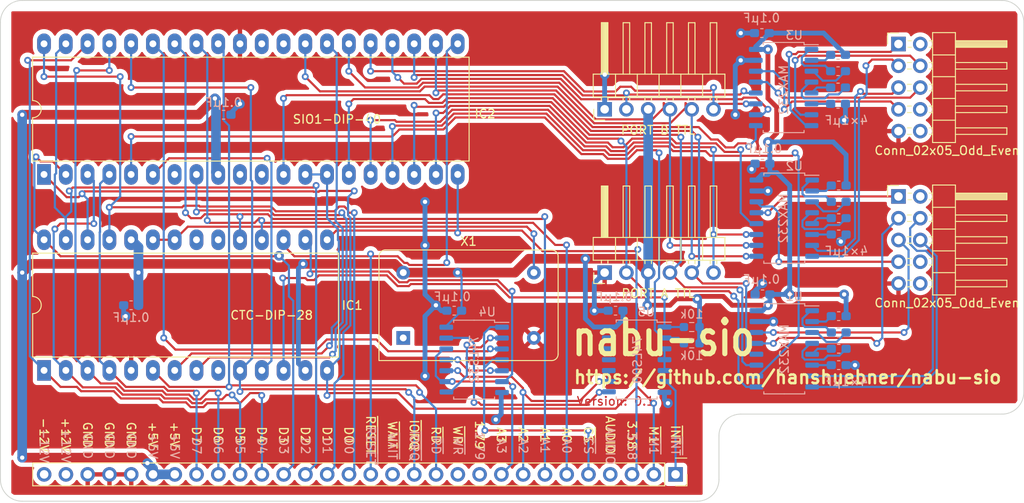
<source format=kicad_pcb>
(kicad_pcb (version 20211014) (generator pcbnew)
  (layers (0 "F.Cu" signal) (31 "B.Cu" signal) (34 "B.Paste" user) (35 "F.Paste" user) (36 "B.SilkS" user "B.Silkscreen") (37 "F.SilkS" user "F.Silkscreen") (38 "B.Mask" user) (39 "F.Mask" user) (44 "Edge.Cuts" user))
  (net 0 "")
  (net 2 "/SERCLK")
  (net 3 "/CTCIEO")
  (net 7 "Net-(U5-Pad3)")
  (net 16 "/~{INT}")
  (net 17 "/~{M1}")
  (net 18 "/CLK3.58MHZ")
  (net 19 "/~{AUDIO}")
  (net 20 "/~{CS}")
  (net 21 "/A0")
  (net 22 "/A1")
  (net 23 "/A2")
  (net 24 "/A3")
  (net 25 "/CLK1.79MHZ")
  (net 26 "/~{WR}")
  (net 27 "/~{RD}")
  (net 28 "/~{IORQ}")
  (net 29 "/~{WAIT}")
  (net 30 "/~{RESET}")
  (net 31 "/D0")
  (net 32 "/D1")
  (net 33 "/D2")
  (net 34 "/D3")
  (net 35 "/D4")
  (net 36 "/D5")
  (net 37 "/D6")
  (net 38 "/D7")
  (net 39 "/+12V")
  (net 40 "/-12V")
  (net 41 "/~{CTCINT}")
  (net 42 "/~{CTCCE}")
  (net 43 "/~{SIOINT}")
  (net 44 "/~{SIOCE}")
  (net 45 "Net-(U4-Pad2)")
  (net 46 "Net-(U4-Pad11)")
  (net 47 "Net-(C8-Pad1)")
  (net 48 "Net-(C8-Pad2)")
  (net 49 "Net-(C9-Pad1)")
  (net 50 "Net-(C9-Pad2)")
  (net 51 "/CLKA")
  (net 52 "/CLKB")
  (net 53 "/RxDA")
  (net 54 "/TxDA")
  (net 55 "/~{DTRA}")
  (net 56 "/~{RTSA}")
  (net 57 "/~{CTSA}")
  (net 58 "/~{DCDA}")
  (net 59 "/~{DCDB}")
  (net 60 "/~{CTSB}")
  (net 61 "/~{RTSB}")
  (net 62 "/~{DTRB}")
  (net 63 "/TxDB")
  (net 64 "/RxDB")
  (net 65 "VCC")
  (net 66 "GND")
  (net 67 "Net-(C10-Pad1)")
  (net 68 "Net-(C10-Pad2)")
  (net 69 "Net-(C11-Pad1)")
  (net 70 "Net-(C11-Pad2)")
  (net 71 "Net-(C12-Pad1)")
  (net 72 "Net-(C12-Pad2)")
  (net 73 "Net-(C13-Pad1)")
  (net 74 "Net-(C13-Pad2)")
  (net 75 "Net-(C14-Pad1)")
  (net 76 "Net-(C15-Pad1)")
  (net 77 "Net-(C16-Pad1)")
  (net 78 "Net-(C17-Pad2)")
  (net 79 "Net-(C18-Pad2)")
  (net 80 "Net-(C19-Pad2)")
  (net 81 "Net-(J2-Pad1)")
  (net 82 "Net-(J2-Pad3)")
  (net 83 "Net-(J2-Pad4)")
  (net 84 "Net-(J2-Pad5)")
  (net 85 "Net-(J2-Pad6)")
  (net 86 "Net-(J2-Pad7)")
  (net 87 "Net-(J3-Pad1)")
  (net 88 "Net-(J3-Pad3)")
  (net 89 "Net-(J3-Pad4)")
  (net 90 "Net-(J3-Pad5)")
  (net 91 "Net-(J3-Pad6)")
  (net 92 "Net-(J3-Pad7)")
  (net 99 "Net-(U5-Pad8)")
  (footprint "Connector_PinSocket_2.54mm:PinSocket_1x30_P2.54mm_Vertical" (layer "F.Cu") (at 163.958949 119.533949 -90)
    (fp_text reference "J1" hide)
    (fp_text value "NABU Extension Slot")
  )
  (footprint "Oscillator:Oscillator_DIP-14" (layer "F.Cu") (at 132.188949 103.613949)
    (fp_text reference "X1")
    (fp_text value "ACO-xxxMHz")
  )
  (footprint "Package_DIP:DIP-40_W15.24mm_LongPads" (layer "F.Cu") (at 90.283949 84.543949 90)
    (fp_text reference "IC2")
    (fp_text value "SIO1-DIP-40")
  )
  (footprint "Connector_PinHeader_2.54mm:PinHeader_2x05_P2.54mm_Horizontal" (layer "F.Cu") (at 189.963949 87.108949)
    (fp_text reference "J2" hide)
    (fp_text value "Conn_02x05_Odd_Even")
  )
  (footprint "Package_DIP:DIP-28_W15.24mm_LongPads" (layer "F.Cu") (at 90.288949 107.403949 90)
    (fp_text reference "IC1")
    (fp_text value "CTC-DIP-28")
  )
  (footprint "Connector_PinHeader_2.54mm:PinHeader_1x06_P2.54mm_Horizontal" (layer "F.Cu") (at 155.683949 95.993949 90)
    (fp_text reference "J4" hide)
    (fp_text value "PORT A TTL")
  )
  (footprint "Connector_PinHeader_2.54mm:PinHeader_2x05_P2.54mm_Horizontal" (layer "F.Cu") (at 189.963949 69.328949)
    (fp_text reference "J3" hide)
    (fp_text value "Conn_02x05_Odd_Even")
  )
  (footprint "Connector_PinHeader_2.54mm:PinHeader_1x06_P2.54mm_Horizontal" (layer "F.Cu") (at 155.683949 76.943949 90)
    (fp_text reference "J5" hide)
    (fp_text value "PORT B TTL")
  )
  (footprint "Capacitor_SMD:C_0603_1608Metric_Pad1.08x0.95mm_HandSolder" (layer "B.Cu") (at 182.988949 91.548949)
    (fp_text reference "C15" hide)
    (fp_text value "1µF" hide)
  )
  (footprint "Capacitor_SMD:C_0603_1608Metric_Pad1.08x0.95mm_HandSolder" (layer "B.Cu") (at 182.988949 101.073949 180)
    (fp_text reference "C17" hide)
    (fp_text value "1µF" hide)
  )
  (footprint "Capacitor_SMD:C_0603_1608Metric_Pad1.08x0.95mm_HandSolder" (layer "B.Cu") (at 100.438949 99.803949 180)
    (fp_text reference "C4" hide)
    (fp_text value "0.1µF")
  )
  (footprint "Resistor_SMD:R_0603_1608Metric_Pad0.98x0.95mm_HandSolder" (layer "B.Cu") (at 165.843949 104.248949 180)
    (fp_text reference "R2" hide)
    (fp_text value "10k")
  )
  (footprint "Package_SO:SOP-14_4.55x10.3mm_P1.27mm" (layer "B.Cu") (at 139.898494 106.172 180)
    (fp_text reference "U4")
    (fp_text value "74LS32")
  )
  (footprint "Resistor_SMD:R_0603_1608Metric_Pad0.98x0.95mm_HandSolder" (layer "B.Cu") (at 165.843949 102.343949 180)
    (fp_text reference "R1" hide)
    (fp_text value "10k")
  )
  (footprint "Capacitor_SMD:C_0603_1608Metric_Pad1.08x0.95mm_HandSolder" (layer "B.Cu") (at 182.988949 104.883949 180)
    (fp_text reference "C11" hide)
    (fp_text value "1µF" hide)
  )
  (footprint "Capacitor_SMD:C_0603_1608Metric_Pad1.08x0.95mm_HandSolder" (layer "B.Cu") (at 174.098949 83.293949 180)
    (fp_text reference "C2" hide)
    (fp_text value "0.1µF")
  )
  (footprint "Package_SO:SOP-16_4.55x10.3mm_P1.27mm" (layer "B.Cu") (at 176.563949 74.403949 180)
    (fp_text reference "U3")
    (fp_text value "MAX232")
  )
  (footprint "Capacitor_SMD:C_0603_1608Metric_Pad1.08x0.95mm_HandSolder" (layer "B.Cu") (at 182.913949 70.593949 180)
    (fp_text reference "C19" hide)
    (fp_text value "1µF" hide)
  )
  (footprint "Capacitor_SMD:C_0603_1608Metric_Pad1.08x0.95mm_HandSolder" (layer "B.Cu") (at 182.988949 102.978949 180)
    (fp_text reference "C8" hide)
    (fp_text value "1µF" hide)
  )
  (footprint "Capacitor_SMD:C_0603_1608Metric_Pad1.08x0.95mm_HandSolder" (layer "B.Cu") (at 182.988949 85.833949 180)
    (fp_text reference "C18" hide)
    (fp_text value "1µF" hide)
  )
  (footprint "Package_SO:SOP-16_4.55x10.3mm_P1.27mm" (layer "B.Cu") (at 176.638949 89.643949 180)
    (fp_text reference "U2")
    (fp_text value "MAX232")
  )
  (footprint "Capacitor_SMD:C_0603_1608Metric_Pad1.08x0.95mm_HandSolder" (layer "B.Cu") (at 182.988949 89.643949 180)
    (fp_text reference "C12" hide)
    (fp_text value "1µF" hide)
  )
  (footprint "Capacitor_SMD:C_0603_1608Metric_Pad1.08x0.95mm_HandSolder" (layer "B.Cu") (at 182.913949 76.308949)
    (fp_text reference "C16" hide)
    (fp_text value "1µF" hide)
  )
  (footprint "Capacitor_SMD:C_0603_1608Metric_Pad1.08x0.95mm_HandSolder" (layer "B.Cu") (at 182.913949 74.403949 180)
    (fp_text reference "C13" hide)
    (fp_text value "1µF" hide)
  )
  (footprint "Package_SO:SOP-14_4.55x10.3mm_P1.27mm" (layer "B.Cu") (at 158.858949 106.153949 180)
    (fp_text reference "U5")
    (fp_text value "74LS00")
  )
  (footprint "Capacitor_SMD:C_0603_1608Metric_Pad1.08x0.95mm_HandSolder" (layer "B.Cu") (at 182.988949 106.788949)
    (fp_text reference "C14" hide)
    (fp_text value "1µF" hide)
  )
  (footprint "Capacitor_SMD:C_0603_1608Metric_Pad1.08x0.95mm_HandSolder" (layer "B.Cu") (at 156.953949 100.438949 180)
    (fp_text reference "C1" hide)
    (fp_text value "0.1µF")
  )
  (footprint "Package_SO:SOP-16_4.55x10.3mm_P1.27mm" (layer "B.Cu") (at 176.638949 104.883949 180)
    (fp_text reference "U1")
    (fp_text value "MAX232")
  )
  (footprint "Capacitor_SMD:C_0603_1608Metric_Pad1.08x0.95mm_HandSolder" (layer "B.Cu") (at 138.131449 100.438949 180)
    (fp_text reference "C5" hide)
    (fp_text value "0.1µF")
  )
  (footprint "Capacitor_SMD:C_0603_1608Metric_Pad1.08x0.95mm_HandSolder" (layer "B.Cu") (at 174.098949 98.533949 180)
    (fp_text reference "C6" hide)
    (fp_text value "0.1µF")
  )
  (footprint "Capacitor_SMD:C_0603_1608Metric_Pad1.08x0.95mm_HandSolder" (layer "B.Cu") (at 111.233949 77.578949)
    (fp_text reference "C7" hide)
    (fp_text value "0.1µF")
  )
  (footprint "Capacitor_SMD:C_0603_1608Metric_Pad1.08x0.95mm_HandSolder" (layer "B.Cu") (at 182.988949 87.738949 180)
    (fp_text reference "C9" hide)
    (fp_text value "1µF" hide)
  )
  (footprint "Capacitor_SMD:C_0603_1608Metric_Pad1.08x0.95mm_HandSolder" (layer "B.Cu") (at 174.023949 68.053949 180)
    (fp_text reference "C3" hide)
    (fp_text value "0.1µF")
  )
  (footprint "Capacitor_SMD:C_0603_1608Metric_Pad1.08x0.95mm_HandSolder" (layer "B.Cu") (at 182.913949 72.498949 180)
    (fp_text reference "C10" hide)
    (fp_text value "1µF" hide)
  )
  (gr_line (start 204.578949 109.963949) (end 204.578949 66.783949) (layer "Edge.Cuts") (width 0.1))
  (gr_arc (start 204.578949 109.963949) (mid 203.835 111.76) (end 202.038949 112.503949) (layer "Edge.Cuts") (width 0.1))
  (gr_arc (start 169.018949 120.123949) (mid 168.275 121.92) (end 166.478949 122.663949) (layer "Edge.Cuts") (width 0.1))
  (gr_line (start 85.198949 66.783949) (end 85.198949 120.123949) (layer "Edge.Cuts") (width 0.1))
  (gr_arc (start 85.198949 66.783949) (mid 85.942898 64.987898) (end 87.738949 64.243949) (layer "Edge.Cuts") (width 0.1))
  (gr_line (start 87.738949 122.663949) (end 166.478949 122.663949) (layer "Edge.Cuts") (width 0.1))
  (gr_line (start 202.038949 64.243949) (end 87.738949 64.243949) (layer "Edge.Cuts") (width 0.1))
  (gr_line (start 169.018949 115.043949) (end 169.018949 120.123949) (layer "Edge.Cuts") (width 0.1))
  (gr_line (start 171.558949 112.503949) (end 202.038949 112.503949) (layer "Edge.Cuts") (width 0.1))
  (gr_arc (start 87.738949 122.663949) (mid 85.942898 121.92) (end 85.198949 120.123949) (layer "Edge.Cuts") (width 0.1))
  (gr_arc (start 202.038949 64.243949) (mid 203.835 64.987898) (end 204.578949 66.783949) (layer "Edge.Cuts") (width 0.1))
  (gr_arc (start 169.018949 115.043949) (mid 169.762898 113.247898) (end 171.558949 112.503949) (layer "Edge.Cuts") (width 0.1))
  (gr_text "Version: 0.1" (at 156.972 110.998) (layer "F.Cu") (effects (font (size 1 1))))
  (gr_text "4×1µF" (at 183.896 78.232) (layer "B.SilkS") (effects (font (size 1 1)) (justify mirror)))
  (gr_text "4×1µF" (at 183.896 93.472) (layer "B.SilkS") (effects (font (size 1 1)) (justify mirror)))
  (gr_text "4×1µF" (at 183.896 108.712) (layer "B.SilkS") (effects (font (size 1 1)) (justify mirror)))
  (gr_text "nabu-sio" (at 162.56 103.632) (layer "F.SilkS") (effects (font (size 4 3) (thickness 0.6))))
  (gr_text "https://github.com/hanshuebner/nabu-sio" (at 177.038 108.204) (layer "F.SilkS") (effects (font (size 1.5 1.5) (thickness 0.3))))
  (segment (start 105.528949 92.163949) (end 102.988949 92.163949) (width 0.25) (layer "F.Cu") (net 2))
  (segment (start 146.608449 90.638949) (end 107.053949 90.638949) (width 0.25) (layer "F.Cu") (net 2))
  (segment (start 107.053949 90.638949) (end 105.528949 92.163949) (width 0.25) (layer "F.Cu") (net 2))
  (segment (start 147.428949 91.459449) (end 146.608449 90.638949) (width 0.25) (layer "F.Cu") (net 2))
  (via (at 147.428949 91.459449) (size 0.8) (drill 0.4) (layers "F.Cu" "B.Cu") (net 2))
  (segment (start 147.428949 95.993949) (end 147.428949 91.459449) (width 0.25) (layer "B.Cu") (net 2))
  (segment (start 104.868949 82.658949) (end 102.983949 84.543949) (width 0.25) (layer "F.Cu") (net 3))
  (segment (start 116.313949 82.658949) (end 104.868949 82.658949) (width 0.25) (layer "F.Cu") (net 3))
  (via (at 116.313949 82.658949) (size 0.8) (drill 0.4) (layers "F.Cu" "B.Cu") (net 3))
  (segment (start 116.813949 83.158949) (end 116.313949 82.658949) (width 0.25) (layer "B.Cu") (net 3))
  (segment (start 115.688949 107.403949) (end 116.813949 106.278949) (width 0.25) (layer "B.Cu") (net 3))
  (segment (start 116.813949 106.278949) (end 116.813949 83.158949) (width 0.25) (layer "B.Cu") (net 3))
  (segment (start 162.668949 107.423949) (end 162.668949 104.883949) (width 0.25) (layer "B.Cu") (net 7))
  (segment (start 163.958949 109.782198) (end 163.958949 119.533949) (width 0.25) (layer "B.Cu") (net 16))
  (segment (start 162.668949 108.693949) (end 162.8707 108.693949) (width 0.25) (layer "B.Cu") (net 16))
  (segment (start 162.8707 108.693949) (end 163.958949 109.782198) (width 0.25) (layer "B.Cu") (net 16))
  (segment (start 156.953949 111.868949) (end 133.458949 111.868949) (width 0.25) (layer "F.Cu") (net 17))
  (segment (start 123.573449 110.049449) (end 123.298949 110.323949) (width 0.25) (layer "F.Cu") (net 17))
  (segment (start 133.458949 111.868949) (end 131.639449 110.049449) (width 0.25) (layer "F.Cu") (net 17))
  (segment (start 125.024449 89.008449) (end 124.743949 89.288949) (width 0.25) (layer "F.Cu") (net 17))
  (segment (start 159.493949 109.328949) (end 156.953949 111.868949) (width 0.25) (layer "F.Cu") (net 17))
  (segment (start 161.398949 111.233949) (end 159.493949 109.328949) (width 0.25) (layer "F.Cu") (net 17))
  (segment (start 117.141741 89.288949) (end 116.592241 88.739449) (width 0.25) (layer "F.Cu") (net 17))
  (segment (start 131.639449 110.049449) (end 123.573449 110.049449) (width 0.25) (layer "F.Cu") (net 17))
  (segment (start 124.743949 89.288949) (end 117.141741 89.288949) (width 0.25) (layer "F.Cu") (net 17))
  (segment (start 108.238949 88.739449) (end 108.058949 88.919449) (width 0.25) (layer "F.Cu") (net 17))
  (segment (start 116.592241 88.739449) (end 108.238949 88.739449) (width 0.25) (layer "F.Cu") (net 17))
  (via (at 161.398949 111.233949) (size 0.8) (drill 0.4) (layers "F.Cu" "B.Cu") (net 17))
  (via (at 108.058949 88.919449) (size 0.8) (drill 0.4) (layers "F.Cu" "B.Cu") (net 17))
  (via (at 123.298949 110.323949) (size 0.8) (drill 0.4) (layers "F.Cu" "B.Cu") (net 17))
  (via (at 125.024449 89.008449) (size 0.8) (drill 0.4) (layers "F.Cu" "B.Cu") (net 17))
  (segment (start 125.573949 101.972553) (end 124.753949 102.792553) (width 0.25) (layer "B.Cu") (net 17))
  (segment (start 124.753949 102.792553) (end 124.753949 105.958949) (width 0.25) (layer "B.Cu") (net 17))
  (segment (start 125.298949 89.282949) (end 125.298949 89.49565) (width 0.25) (layer "B.Cu") (net 17))
  (segment (start 124.753949 105.958949) (end 123.308949 107.403949) (width 0.25) (layer "B.Cu") (net 17))
  (segment (start 161.418949 111.253949) (end 161.398949 111.233949) (width 0.25) (layer "B.Cu") (net 17))
  (segment (start 123.308949 110.313949) (end 123.308949 107.403949) (width 0.25) (layer "B.Cu") (net 17))
  (segment (start 125.024449 89.008449) (end 125.298949 89.282949) (width 0.25) (layer "B.Cu") (net 17))
  (segment (start 123.298949 110.323949) (end 123.308949 110.313949) (width 0.25) (layer "B.Cu") (net 17))
  (segment (start 125.298949 89.49565) (end 125.573949 89.77065) (width 0.25) (layer "B.Cu") (net 17))
  (segment (start 108.063949 88.914449) (end 108.063949 84.543949) (width 0.25) (layer "B.Cu") (net 17))
  (segment (start 161.418949 119.533949) (end 161.418949 111.253949) (width 0.25) (layer "B.Cu") (net 17))
  (segment (start 125.573949 89.77065) (end 125.573949 101.972553) (width 0.25) (layer "B.Cu") (net 17))
  (segment (start 108.058949 88.919449) (end 108.063949 88.914449) (width 0.25) (layer "B.Cu") (net 17))
  (segment (start 159.352772 93.491949) (end 148.436144 93.491949) (width 0.25) (layer "F.Cu") (net 18))
  (segment (start 138.264449 91.088949) (end 124.383949 91.088949) (width 0.25) (layer "F.Cu") (net 18))
  (segment (start 146.033144 91.088949) (end 138.813449 91.088949) (width 0.25) (layer "F.Cu") (net 18))
  (segment (start 138.813449 91.088949) (end 138.538949 91.363449) (width 0.25) (layer "F.Cu") (net 18))
  (segment (start 138.538949 91.363449) (end 138.264449 91.088949) (width 0.25) (layer "F.Cu") (net 18))
  (segment (start 148.436144 93.491949) (end 146.033144 91.088949) (width 0.25) (layer "F.Cu") (net 18))
  (segment (start 124.383949 91.088949) (end 123.308949 92.163949) (width 0.25) (layer "F.Cu") (net 18))
  (segment (start 159.55474 93.289981) (end 159.352772 93.491949) (width 0.25) (layer "F.Cu") (net 18))
  (via (at 159.55474 93.289981) (size 0.8) (drill 0.4) (layers "F.Cu" "B.Cu") (net 18))
  (via (at 138.538949 91.363449) (size 0.8) (drill 0.4) (layers "F.Cu" "B.Cu") (net 18))
  (segment (start 138.543949 91.358449) (end 138.543949 84.543949) (width 0.25) (layer "B.Cu") (net 18))
  (segment (start 138.538949 91.363449) (end 138.543949 91.358449) (width 0.25) (layer "B.Cu") (net 18))
  (segment (start 159.55474 93.289981) (end 159.398949 93.445772) (width 0.25) (layer "B.Cu") (net 18))
  (segment (start 159.398949 93.445772) (end 159.398949 119.013949) (width 0.25) (layer "B.Cu") (net 18))
  (segment (start 159.398949 119.013949) (end 158.878949 119.533949) (width 0.25) (layer "B.Cu") (net 18))
  (segment (start 141.713949 114.408949) (end 153.778949 114.408949) (width 0.25) (layer "F.Cu") (net 20))
  (via (at 141.713949 114.408949) (size 0.8) (drill 0.4) (layers "F.Cu" "B.Cu") (net 20))
  (via (at 153.778949 114.408949) (size 0.8) (drill 0.4) (layers "F.Cu" "B.Cu") (net 20))
  (segment (start 141.623949 103.068949) (end 142.348949 102.343949) (width 0.25) (layer "B.Cu") (net 20))
  (segment (start 153.778949 114.408949) (end 153.798949 114.428949) (width 0.25) (layer "B.Cu") (net 20))
  (segment (start 141.623949 114.318949) (end 141.713949 114.408949) (width 0.25) (layer "B.Cu") (net 20))
  (segment (start 142.593644 106.153949) (end 141.623949 107.123644) (width 0.25) (layer "B.Cu") (net 20))
  (segment (start 142.348949 102.343949) (end 143.618949 102.343949) (width 0.25) (layer "B.Cu") (net 20))
  (segment (start 141.623949 107.123644) (end 141.623949 114.318949) (width 0.25) (layer "B.Cu") (net 20))
  (segment (start 153.798949 114.428949) (end 153.798949 119.533949) (width 0.25) (layer "B.Cu") (net 20))
  (segment (start 141.623949 107.123644) (end 141.623949 103.068949) (width 0.25) (layer "B.Cu") (net 20))
  (segment (start 143.618949 106.153949) (end 142.593644 106.153949) (width 0.25) (layer "B.Cu") (net 20))
  (segment (start 149.917449 92.767449) (end 147.338949 90.188949) (width 0.25) (layer "F.Cu") (net 21))
  (segment (start 147.338949 90.188949) (end 115.953449 90.188949) (width 0.25) (layer "F.Cu") (net 21))
  (segment (start 109.603449 90.188949) (end 109.328949 89.914449) (width 0.25) (layer "F.Cu") (net 21))
  (segment (start 115.953449 90.188949) (end 115.678949 89.914449) (width 0.25) (layer "F.Cu") (net 21))
  (segment (start 114.854449 90.188949) (end 109.603449 90.188949) (width 0.25) (layer "F.Cu") (net 21))
  (segment (start 115.403949 89.639449) (end 114.854449 90.188949) (width 0.25) (layer "F.Cu") (net 21))
  (segment (start 115.678949 89.914449) (end 115.403949 89.639449) (width 0.25) (layer "F.Cu") (net 21))
  (segment (start 151.238949 92.767449) (end 149.917449 92.767449) (width 0.25) (layer "F.Cu") (net 21))
  (via (at 151.238949 92.767449) (size 0.8) (drill 0.4) (layers "F.Cu" "B.Cu") (net 21))
  (via (at 115.678949 89.914449) (size 0.8) (drill 0.4) (layers "F.Cu" "B.Cu") (net 21))
  (via (at 109.328949 89.914449) (size 0.8) (drill 0.4) (layers "F.Cu" "B.Cu") (net 21))
  (segment (start 109.328949 89.914449) (end 109.328949 70.568949) (width 0.25) (layer "B.Cu") (net 21))
  (segment (start 151.238949 92.767449) (end 151.258949 92.787449) (width 0.25) (layer "B.Cu") (net 21))
  (segment (start 109.328949 70.568949) (end 108.063949 69.303949) (width 0.25) (layer "B.Cu") (net 21))
  (segment (start 151.258949 92.787449) (end 151.258949 119.533949) (width 0.25) (layer "B.Cu") (net 21))
  (segment (start 115.688949 89.924449) (end 115.688949 92.163949) (width 0.25) (layer "B.Cu") (net 21))
  (segment (start 115.678949 89.914449) (end 115.688949 89.924449) (width 0.25) (layer "B.Cu") (net 21))
  (segment (start 148.424449 89.738949) (end 148.698949 89.464449) (width 0.25) (layer "F.Cu") (net 22))
  (segment (start 107.423949 89.643949) (end 106.788949 89.008949) (width 0.25) (layer "F.Cu") (net 22))
  (segment (start 112.863949 89.189449) (end 109.028644 89.189449) (width 0.25) (layer "F.Cu") (net 22))
  (segment (start 108.574144 89.643949) (end 107.423949 89.643949) (width 0.25) (layer "F.Cu") (net 22))
  (segment (start 116.955345 89.738949) (end 148.424449 89.738949) (width 0.25) (layer "F.Cu") (net 22))
  (segment (start 113.138949 89.464449) (end 113.413949 89.189449) (width 0.25) (layer "F.Cu") (net 22))
  (segment (start 113.413949 89.189449) (end 116.405845 89.189449) (width 0.25) (layer "F.Cu") (net 22))
  (segment (start 113.138949 89.464449) (end 112.863949 89.189449) (width 0.25) (layer "F.Cu") (net 22))
  (segment (start 109.028644 89.189449) (end 108.574144 89.643949) (width 0.25) (layer "F.Cu") (net 22))
  (segment (start 116.405845 89.189449) (end 116.955345 89.738949) (width 0.25) (layer "F.Cu") (net 22))
  (via (at 106.788949 89.008949) (size 0.8) (drill 0.4) (layers "F.Cu" "B.Cu") (net 22))
  (via (at 148.698949 89.464449) (size 0.8) (drill 0.4) (layers "F.Cu" "B.Cu") (net 22))
  (via (at 113.138949 89.464449) (size 0.8) (drill 0.4) (layers "F.Cu" "B.Cu") (net 22))
  (segment (start 148.698949 89.464449) (end 148.718949 89.484449) (width 0.25) (layer "B.Cu") (net 22))
  (segment (start 148.718949 89.484449) (end 148.718949 119.533949) (width 0.25) (layer "B.Cu") (net 22))
  (segment (start 113.148949 89.474449) (end 113.148949 92.163949) (width 0.25) (layer "B.Cu") (net 22))
  (segment (start 113.138949 89.464449) (end 113.148949 89.474449) (width 0.25) (layer "B.Cu") (net 22))
  (segment (start 106.788949 70.568949) (end 105.523949 69.303949) (width 0.25) (layer "B.Cu") (net 22))
  (segment (start 106.788949 89.008949) (end 106.788949 70.568949) (width 0.25) (layer "B.Cu") (net 22))
  (segment (start 146.158949 109.963949) (end 147.163949 110.968949) (width 0.25) (layer "F.Cu") (net 23))
  (segment (start 139.263949 108.148949) (end 138.538949 107.423949) (width 0.25) (layer "F.Cu") (net 23))
  (segment (start 144.84041 108.148949) (end 139.263949 108.148949) (width 0.25) (layer "F.Cu") (net 23))
  (segment (start 152.773949 110.968949) (end 155.048949 108.693949) (width 0.25) (layer "F.Cu") (net 23))
  (segment (start 146.158949 109.467488) (end 144.84041 108.148949) (width 0.25) (layer "F.Cu") (net 23))
  (segment (start 147.163949 110.968949) (end 152.773949 110.968949) (width 0.25) (layer "F.Cu") (net 23))
  (segment (start 146.158949 109.963949) (end 146.158949 109.467488) (width 0.25) (layer "F.Cu") (net 23))
  (via (at 146.158949 109.963949) (size 0.8) (drill 0.4) (layers "F.Cu" "B.Cu") (net 23))
  (via (at 155.048949 108.693949) (size 0.8) (drill 0.4) (layers "F.Cu" "B.Cu") (net 23))
  (via (at 138.538949 107.423949) (size 0.8) (drill 0.4) (layers "F.Cu" "B.Cu") (net 23))
  (segment (start 155.048949 108.693949) (end 156.168949 108.693949) (width 0.25) (layer "B.Cu") (net 23))
  (segment (start 146.178949 109.983949) (end 146.178949 119.533949) (width 0.25) (layer "B.Cu") (net 23))
  (segment (start 156.168949 107.423949) (end 156.168949 108.693949) (width 0.25) (layer "B.Cu") (net 23))
  (segment (start 146.158949 109.963949) (end 146.178949 109.983949) (width 0.25) (layer "B.Cu") (net 23))
  (segment (start 138.538949 107.423949) (end 137.118949 107.423949) (width 0.25) (layer "B.Cu") (net 23))
  (segment (start 144.966765 109.299902) (end 144.360812 108.693949) (width 0.25) (layer "F.Cu") (net 24))
  (segment (start 144.360812 108.693949) (end 137.903949 108.693949) (width 0.25) (layer "F.Cu") (net 24))
  (via (at 144.966765 109.299902) (size 0.8) (drill 0.4) (layers "F.Cu" "B.Cu") (net 24))
  (via (at 137.903949 108.693949) (size 0.8) (drill 0.4) (layers "F.Cu" "B.Cu") (net 24))
  (segment (start 136.633949 108.693949) (end 137.118949 108.693949) (width 0.25) (layer "B.Cu") (net 24))
  (segment (start 144.905605 109.361062) (end 144.905605 118.267293) (width 0.25) (layer "B.Cu") (net 24))
  (segment (start 136.917198 104.883949) (end 135.993949 105.807198) (width 0.25) (layer "B.Cu") (net 24))
  (segment (start 135.993949 108.053949) (end 136.633949 108.693949) (width 0.25) (layer "B.Cu") (net 24))
  (segment (start 144.905605 118.267293) (end 143.638949 119.533949) (width 0.25) (layer "B.Cu") (net 24))
  (segment (start 137.118949 108.693949) (end 137.903949 108.693949) (width 0.25) (layer "B.Cu") (net 24))
  (segment (start 135.993949 105.807198) (end 135.993949 108.053949) (width 0.25) (layer "B.Cu") (net 24))
  (segment (start 144.966765 109.299902) (end 144.905605 109.361062) (width 0.25) (layer "B.Cu") (net 24))
  (segment (start 137.118949 104.883949) (end 136.917198 104.883949) (width 0.25) (layer "B.Cu") (net 24))
  (segment (start 112.048449 109.149449) (end 111.868949 109.328949) (width 0.25) (layer "F.Cu") (net 27))
  (segment (start 133.669754 109.149449) (end 112.048449 109.149449) (width 0.25) (layer "F.Cu") (net 27))
  (segment (start 134.093949 109.573644) (end 133.669754 109.149449) (width 0.25) (layer "F.Cu") (net 27))
  (segment (start 104.913949 109.328949) (end 102.988949 107.403949) (width 0.25) (layer "F.Cu") (net 27))
  (segment (start 134.093949 109.963949) (end 134.093949 109.573644) (width 0.25) (layer "F.Cu") (net 27))
  (segment (start 111.868949 109.328949) (end 104.913949 109.328949) (width 0.25) (layer "F.Cu") (net 27))
  (via (at 134.093949 109.963949) (size 0.8) (drill 0.4) (layers "F.Cu" "B.Cu") (net 27))
  (via (at 111.868949 109.328949) (size 0.8) (drill 0.4) (layers "F.Cu" "B.Cu") (net 27))
  (segment (start 111.233949 69.933949) (end 110.603949 69.303949) (width 0.25) (layer "B.Cu") (net 27))
  (segment (start 136.018949 111.888949) (end 136.018949 119.533949) (width 0.25) (layer "B.Cu") (net 27))
  (segment (start 111.868949 78.848949) (end 111.233949 78.213949) (width 0.25) (layer "B.Cu") (net 27))
  (segment (start 111.233949 78.213949) (end 111.233949 69.933949) (width 0.25) (layer "B.Cu") (net 27))
  (segment (start 111.868949 109.328949) (end 111.868949 78.848949) (width 0.25) (layer "B.Cu") (net 27))
  (segment (start 134.093949 109.963949) (end 136.018949 111.888949) (width 0.25) (layer "B.Cu") (net 27))
  (segment (start 114.408949 74.403949) (end 100.438949 74.403949) (width 0.25) (layer "F.Cu") (net 28))
  (segment (start 132.823949 109.963949) (end 132.459449 109.599449) (width 0.25) (layer "F.Cu") (net 28))
  (segment (start 132.459449 109.599449) (end 113.413949 109.599449) (width 0.25) (layer "F.Cu") (net 28))
  (segment (start 113.413949 109.599449) (end 113.138949 109.874449) (width 0.25) (layer "F.Cu") (net 28))
  (via (at 114.408949 74.403949) (size 0.8) (drill 0.4) (layers "F.Cu" "B.Cu") (net 28))
  (via (at 132.823949 109.963949) (size 0.8) (drill 0.4) (layers "F.Cu" "B.Cu") (net 28))
  (via (at 113.138949 109.874449) (size 0.8) (drill 0.4) (layers "F.Cu" "B.Cu") (net 28))
  (via (at 100.438949 74.403949) (size 0.8) (drill 0.4) (layers "F.Cu" "B.Cu") (net 28))
  (segment (start 132.823949 109.963949) (end 133.478949 110.618949) (width 0.25) (layer "B.Cu") (net 28))
  (segment (start 133.478949 110.618949) (end 133.478949 119.533949) (width 0.25) (layer "B.Cu") (net 28))
  (segment (start 113.138949 107.413949) (end 113.148949 107.403949) (width 0.25) (layer "B.Cu") (net 28))
  (segment (start 114.563949 85.353949) (end 114.408949 85.198949) (width 0.25) (layer "B.Cu") (net 28))
  (segment (start 100.443949 74.398949) (end 100.443949 69.303949) (width 0.25) (layer "B.Cu") (net 28))
  (segment (start 114.563949 105.988949) (end 114.563949 85.353949) (width 0.25) (layer "B.Cu") (net 28))
  (segment (start 114.408949 85.198949) (end 114.408949 74.403949) (width 0.25) (layer "B.Cu") (net 28))
  (segment (start 100.438949 74.403949) (end 100.443949 74.398949) (width 0.25) (layer "B.Cu") (net 28))
  (segment (start 113.148949 107.403949) (end 114.563949 105.988949) (width 0.25) (layer "B.Cu") (net 28))
  (segment (start 113.138949 109.874449) (end 113.138949 107.413949) (width 0.25) (layer "B.Cu") (net 28))
  (segment (start 132.320477 94.868949) (end 131.539977 94.088449) (width 0.25) (layer "F.Cu") (net 30))
  (segment (start 119.488949 94.088949) (end 118.228949 92.828949) (width 0.25) (layer "F.Cu") (net 30))
  (segment (start 118.228949 92.828949) (end 118.228949 92.163949) (width 0.25) (layer "F.Cu") (net 30))
  (segment (start 132.89144 95.105449) (end 132.65494 94.868949) (width 0.25) (layer "F.Cu") (net 30))
  (segment (start 132.65494 94.868949) (end 132.320477 94.868949) (width 0.25) (layer "F.Cu") (net 30))
  (segment (start 131.539977 94.088449) (end 128.653449 94.088449) (width 0.25) (layer "F.Cu") (net 30))
  (segment (start 136.994449 95.105449) (end 132.89144 95.105449) (width 0.25) (layer "F.Cu") (net 30))
  (segment (start 128.378949 93.813949) (end 128.103949 94.088949) (width 0.25) (layer "F.Cu") (net 30))
  (segment (start 128.103949 94.088949) (end 119.488949 94.088949) (width 0.25) (layer "F.Cu") (net 30))
  (segment (start 128.653449 94.088449) (end 128.378949 93.813949) (width 0.25) (layer "F.Cu") (net 30))
  (segment (start 137.268949 94.830949) (end 136.994449 95.105449) (width 0.25) (layer "F.Cu") (net 30))
  (via (at 137.268949 94.830949) (size 0.8) (drill 0.4) (layers "F.Cu" "B.Cu") (net 30))
  (via (at 128.378949 93.813949) (size 0.8) (drill 0.4) (layers "F.Cu" "B.Cu") (net 30))
  (segment (start 128.378949 93.813949) (end 128.398949 93.833949) (width 0.25) (layer "B.Cu") (net 30))
  (segment (start 137.268949 70.178949) (end 138.143949 69.303949) (width 0.25) (layer "B.Cu") (net 30))
  (segment (start 138.143949 69.303949) (end 138.543949 69.303949) (width 0.25) (layer "B.Cu") (net 30))
  (segment (start 137.268949 94.830949) (end 137.268949 70.178949) (width 0.25) (layer "B.Cu") (net 30))
  (segment (start 128.398949 93.833949) (end 128.398949 119.533949) (width 0.25) (layer "B.Cu") (net 30))
  (segment (start 125.324754 88.283449) (end 124.724144 88.283449) (width 0.25) (layer "F.Cu") (net 31))
  (segment (start 124.168644 88.838949) (end 117.328137 88.838949) (width 0.25) (layer "F.Cu") (net 31))
  (segment (start 106.398644 88.373949) (end 97.898949 88.373949) (width 0.25) (layer "F.Cu") (net 31))
  (segment (start 106.578144 88.194449) (end 106.398644 88.373949) (width 0.25) (layer "F.Cu") (net 31))
  (segment (start 126.473949 89.008949) (end 125.749449 89.008949) (width 0.25) (layer "F.Cu") (net 31))
  (segment (start 116.778637 88.289449) (end 108.454254 88.289449) (width 0.25) (layer "F.Cu") (net 31))
  (segment (start 125.749449 88.708144) (end 125.324754 88.283449) (width 0.25) (layer "F.Cu") (net 31))
  (segment (start 117.328137 88.838949) (end 116.778637 88.289449) (width 0.25) (layer "F.Cu") (net 31))
  (segment (start 125.749449 89.008949) (end 125.749449 88.708144) (width 0.25) (layer "F.Cu") (net 31))
  (segment (start 99.168949 73.133949) (end 90.278949 73.133949) (width 0.25) (layer "F.Cu") (net 31))
  (segment (start 108.359254 88.194449) (end 106.578144 88.194449) (width 0.25) (layer "F.Cu") (net 31))
  (segment (start 108.454254 88.289449) (end 108.359254 88.194449) (width 0.25) (layer "F.Cu") (net 31))
  (segment (start 124.724144 88.283449) (end 124.168644 88.838949) (width 0.25) (layer "F.Cu") (net 31))
  (via (at 99.168949 73.133949) (size 0.8) (drill 0.4) (layers "F.Cu" "B.Cu") (net 31))
  (via (at 90.278949 73.133949) (size 0.8) (drill 0.4) (layers "F.Cu" "B.Cu") (net 31))
  (via (at 97.898949 88.373949) (size 0.8) (drill 0.4) (layers "F.Cu" "B.Cu") (net 31))
  (via (at 126.473949 89.008949) (size 0.8) (drill 0.4) (layers "F.Cu" "B.Cu") (net 31))
  (segment (start 99.168949 87.103949) (end 99.168949 73.133949) (width 0.25) (layer "B.Cu") (net 31))
  (segment (start 126.473949 89.008949) (end 126.473949 118.918949) (width 0.25) (layer "B.Cu") (net 31))
  (segment (start 97.898949 88.373949) (end 99.168949 87.103949) (width 0.25) (layer "B.Cu") (net 31))
  (segment (start 90.278949 73.133949) (end 90.283949 73.128949) (width 0.25) (layer "B.Cu") (net 31))
  (segment (start 97.898949 88.373949) (end 97.908949 88.383949) (width 0.25) (layer "B.Cu") (net 31))
  (segment (start 90.283949 73.128949) (end 90.283949 69.303949) (width 0.25) (layer "B.Cu") (net 31))
  (segment (start 97.908949 88.383949) (end 97.908949 92.163949) (width 0.25) (layer "B.Cu") (net 31))
  (segment (start 126.473949 118.918949) (end 125.858949 119.533949) (width 0.25) (layer "B.Cu") (net 31))
  (segment (start 92.929144 87.193949) (end 90.283949 84.548754) (width 0.25) (layer "F.Cu") (net 32))
  (segment (start 94.998449 86.518949) (end 121.688644 86.518949) (width 0.25) (layer "F.Cu") (net 32))
  (segment (start 122.329254 86.558949) (end 122.419254 86.468949) (width 0.25) (layer "F.Cu") (net 32))
  (segment (start 94.723949 86.793449) (end 94.998449 86.518949) (width 0.25) (layer "F.Cu") (net 32))
  (segment (start 90.283949 84.548754) (end 90.283949 84.543949) (width 0.25) (layer "F.Cu") (net 32))
  (segment (start 94.723949 86.793449) (end 94.323449 87.193949) (width 0.25) (layer "F.Cu") (net 32))
  (segment (start 122.419254 86.468949) (end 126.473949 86.468949) (width 0.25) (layer "F.Cu") (net 32))
  (segment (start 121.728644 86.558949) (end 122.329254 86.558949) (width 0.25) (layer "F.Cu") (net 32))
  (segment (start 94.323449 87.193949) (end 92.929144 87.193949) (width 0.25) (layer "F.Cu") (net 32))
  (segment (start 121.688644 86.518949) (end 121.728644 86.558949) (width 0.25) (layer "F.Cu") (net 32))
  (via (at 94.723949 86.793449) (size 0.8) (drill 0.4) (layers "F.Cu" "B.Cu") (net 32))
  (via (at 126.473949 86.468949) (size 0.8) (drill 0.4) (layers "F.Cu" "B.Cu") (net 32))
  (segment (start 124.168949 118.683949) (end 123.318949 119.533949) (width 0.25) (layer "B.Cu") (net 32))
  (segment (start 125.203949 102.978949) (end 125.203949 107.893949) (width 0.25) (layer "B.Cu") (net 32))
  (segment (start 125.748949 89.309254) (end 126.023949 89.584254) (width 0.25) (layer "B.Cu") (net 32))
  (segment (start 95.368949 87.438449) (end 95.368949 92.163949) (width 0.25) (layer "B.Cu") (net 32))
  (segment (start 125.748949 87.193949) (end 125.748949 89.309254) (width 0.25) (layer "B.Cu") (net 32))
  (segment (start 125.203949 107.893949) (end 124.168949 108.928949) (width 0.25) (layer "B.Cu") (net 32))
  (segment (start 126.023949 89.584254) (end 126.023949 102.158949) (width 0.25) (layer "B.Cu") (net 32))
  (segment (start 126.023949 102.158949) (end 125.203949 102.978949) (width 0.25) (layer "B.Cu") (net 32))
  (segment (start 124.168949 108.928949) (end 124.168949 118.683949) (width 0.25) (layer "B.Cu") (net 32))
  (segment (start 126.473949 86.468949) (end 125.748949 87.193949) (width 0.25) (layer "B.Cu") (net 32))
  (segment (start 94.723949 86.793449) (end 95.368949 87.438449) (width 0.25) (layer "B.Cu") (net 32))
  (segment (start 93.229449 86.468949) (end 93.629449 86.068949) (width 0.25) (layer "F.Cu") (net 33))
  (segment (start 93.629449 86.068949) (end 121.793949 86.068949) (width 0.25) (layer "F.Cu") (net 33))
  (segment (start 121.793949 86.068949) (end 122.028949 85.833949) (width 0.25) (layer "F.Cu") (net 33))
  (via (at 93.229449 86.468949) (size 0.8) (drill 0.4) (layers "F.Cu" "B.Cu") (net 33))
  (via (at 122.028949 85.833949) (size 0.8) (drill 0.4) (layers "F.Cu" "B.Cu") (net 33))
  (segment (start 91.698949 70.428949) (end 91.698949 84.413949) (width 0.25) (layer "B.Cu") (net 33))
  (segment (start 92.818949 92.153949) (end 92.828949 92.163949) (width 0.25) (layer "B.Cu") (net 33))
  (segment (start 92.818949 89.489254) (end 92.818949 92.153949) (width 0.25) (layer "B.Cu") (net 33))
  (segment (start 91.548949 84.563949) (end 91.548949 88.398254) (width 0.25) (layer "B.Cu") (net 33))
  (segment (start 122.028949 118.283949) (end 120.778949 119.533949) (width 0.25) (layer "B.Cu") (net 33))
  (segment (start 93.229449 86.468949) (end 93.454449 86.693949) (width 0.25) (layer "B.Cu") (net 33))
  (segment (start 92.823949 69.303949) (end 91.698949 70.428949) (width 0.25) (layer "B.Cu") (net 33))
  (segment (start 93.454449 88.853754) (end 92.818949 89.489254) (width 0.25) (layer "B.Cu") (net 33))
  (segment (start 91.698949 84.413949) (end 91.548949 84.563949) (width 0.25) (layer "B.Cu") (net 33))
  (segment (start 93.454449 86.693949) (end 93.454449 88.853754) (width 0.25) (layer "B.Cu") (net 33))
  (segment (start 92.828949 89.678254) (end 92.828949 92.163949) (width 0.25) (layer "B.Cu") (net 33))
  (segment (start 122.028949 85.833949) (end 122.028949 118.283949) (width 0.25) (layer "B.Cu") (net 33))
  (segment (start 91.548949 88.398254) (end 92.828949 89.678254) (width 0.25) (layer "B.Cu") (net 33))
  (segment (start 92.213949 94.088949) (end 90.288949 92.163949) (width 0.25) (layer "F.Cu") (net 34))
  (segment (start 117.648425 94.088949) (end 92.213949 94.088949) (width 0.25) (layer "F.Cu") (net 34))
  (segment (start 89.881631 83.018949) (end 91.298949 83.018949) (width 0.25) (layer "F.Cu") (net 34))
  (segment (start 89.351949 82.489267) (end 89.881631 83.018949) (width 0.25) (layer "F.Cu") (net 34))
  (segment (start 117.701949 94.035425) (end 117.648425 94.088949) (width 0.25) (layer "F.Cu") (net 34))
  (segment (start 91.298949 83.018949) (end 92.823949 84.543949) (width 0.25) (layer "F.Cu") (net 34))
  (via (at 89.351949 82.489267) (size 0.8) (drill 0.4) (layers "F.Cu" "B.Cu") (net 34))
  (via (at 117.701949 94.035425) (size 1.127) (drill 0.5) (layers "F.Cu" "B.Cu") (net 34))
  (segment (start 89.158949 82.682267) (end 89.158949 91.033949) (width 0.25) (layer "B.Cu") (net 34))
  (segment (start 117.701949 94.035425) (end 118.853949 95.187425) (width 0.25) (layer "B.Cu") (net 34))
  (segment (start 118.853949 98.778644) (end 119.353949 99.278644) (width 0.25) (layer "B.Cu") (net 34))
  (segment (start 119.353949 118.418949) (end 118.238949 119.533949) (width 0.25) (layer "B.Cu") (net 34))
  (segment (start 118.853949 95.187425) (end 118.853949 98.778644) (width 0.25) (layer "B.Cu") (net 34))
  (segment (start 89.351949 82.489267) (end 89.158949 82.682267) (width 0.25) (layer "B.Cu") (net 34))
  (segment (start 119.353949 99.278644) (end 119.353949 118.418949) (width 0.25) (layer "B.Cu") (net 34))
  (segment (start 89.158949 91.033949) (end 90.288949 92.163949) (width 0.25) (layer "B.Cu") (net 34))
  (segment (start 103.718365 110.678949) (end 99.274761 110.678949) (width 0.25) (layer "F.Cu") (net 35))
  (segment (start 113.144449 111.228449) (end 109.337241 111.228449) (width 0.25) (layer "F.Cu") (net 35))
  (segment (start 107.391352 111.683949) (end 106.836352 111.128949) (width 0.25) (layer "F.Cu") (net 35))
  (segment (start 92.213949 109.328949) (end 90.288949 107.403949) (width 0.25) (layer "F.Cu") (net 35))
  (segment (start 94.617553 109.828949) (end 94.117553 109.328949) (width 0.25) (layer "F.Cu") (net 35))
  (segment (start 104.168365 111.128949) (end 103.718365 110.678949) (width 0.25) (layer "F.Cu") (net 35))
  (segment (start 114.323449 110.049449) (end 113.144449 111.228449) (width 0.25) (layer "F.Cu") (net 35))
  (segment (start 106.836352 111.128949) (end 104.168365 111.128949) (width 0.25) (layer "F.Cu") (net 35))
  (segment (start 99.274761 110.678949) (end 98.424761 109.828949) (width 0.25) (layer "F.Cu") (net 35))
  (segment (start 93.438949 71.228949) (end 95.363949 69.303949) (width 0.25) (layer "F.Cu") (net 35))
  (segment (start 98.424761 109.828949) (end 94.617553 109.828949) (width 0.25) (layer "F.Cu") (net 35))
  (segment (start 108.881741 111.683949) (end 107.391352 111.683949) (width 0.25) (layer "F.Cu") (net 35))
  (segment (start 115.678949 110.323949) (end 115.404449 110.049449) (width 0.25) (layer "F.Cu") (net 35))
  (segment (start 94.117553 109.328949) (end 92.213949 109.328949) (width 0.25) (layer "F.Cu") (net 35))
  (segment (start 109.337241 111.228449) (end 108.881741 111.683949) (width 0.25) (layer "F.Cu") (net 35))
  (segment (start 88.373949 71.228949) (end 93.438949 71.228949) (width 0.25) (layer "F.Cu") (net 35))
  (segment (start 115.404449 110.049449) (end 114.323449 110.049449) (width 0.25) (layer "F.Cu") (net 35))
  (via (at 115.678949 110.323949) (size 0.8) (drill 0.4) (layers "F.Cu" "B.Cu") (net 35))
  (via (at 88.373949 71.228949) (size 0.8) (drill 0.4) (layers "F.Cu" "B.Cu") (net 35))
  (segment (start 88.627449 71.482449) (end 88.627449 105.742449) (width 0.25) (layer "B.Cu") (net 35))
  (segment (start 115.678949 110.323949) (end 115.698949 110.343949) (width 0.25) (layer "B.Cu") (net 35))
  (segment (start 88.627449 105.742449) (end 90.288949 107.403949) (width 0.25) (layer "B.Cu") (net 35))
  (segment (start 115.698949 110.343949) (end 115.698949 119.533949) (width 0.25) (layer "B.Cu") (net 35))
  (segment (start 88.373949 71.228949) (end 88.627449 71.482449) (width 0.25) (layer "B.Cu") (net 35))
  (segment (start 96.093949 90.278949) (end 92.183949 90.278949) (width 0.25) (layer "F.Cu") (net 36))
  (segment (start 98.611157 109.378949) (end 94.803949 109.378949) (width 0.25) (layer "F.Cu") (net 36))
  (segment (start 107.022748 110.678949) (end 104.354761 110.678949) (width 0.25) (layer "F.Cu") (net 36))
  (segment (start 111.566913 110.265985) (end 111.054449 110.778449) (width 0.25) (layer "F.Cu") (net 36))
  (segment (start 104.354761 110.678949) (end 103.904761 110.228949) (width 0.25) (layer "F.Cu") (net 36))
  (segment (start 112.219327 110.265985) (end 111.566913 110.265985) (width 0.25) (layer "F.Cu") (net 36))
  (segment (start 109.150845 110.778449) (end 108.700845 111.228449) (width 0.25) (layer "F.Cu") (net 36))
  (segment (start 99.461157 110.228949) (end 98.611157 109.378949) (width 0.25) (layer "F.Cu") (net 36))
  (segment (start 92.183949 90.278949) (end 91.548949 90.913949) (width 0.25) (layer "F.Cu") (net 36))
  (segment (start 111.054449 110.778449) (end 109.150845 110.778449) (width 0.25) (layer "F.Cu") (net 36))
  (segment (start 103.904761 110.228949) (end 99.461157 110.228949) (width 0.25) (layer "F.Cu") (net 36))
  (segment (start 94.803949 109.378949) (end 92.828949 107.403949) (width 0.25) (layer "F.Cu") (net 36))
  (segment (start 108.700845 111.228449) (end 107.572248 111.228449) (width 0.25) (layer "F.Cu") (net 36))
  (segment (start 107.572248 111.228449) (end 107.022748 110.678949) (width 0.25) (layer "F.Cu") (net 36))
  (via (at 112.219327 110.265985) (size 0.8) (drill 0.4) (layers "F.Cu" "B.Cu") (net 36))
  (via (at 96.093949 90.278949) (size 0.8) (drill 0.4) (layers "F.Cu" "B.Cu") (net 36))
  (via (at 91.548949 90.913949) (size 0.8) (drill 0.4) (layers "F.Cu" "B.Cu") (net 36))
  (segment (start 91.548949 90.913949) (end 91.413949 91.048949) (width 0.25) (layer "B.Cu") (net 36))
  (segment (start 112.219327 110.265985) (end 113.158949 111.205607) (width 0.25) (layer "B.Cu") (net 36))
  (segment (start 96.093949 90.278949) (end 96.093449 90.278449) (width 0.25) (layer "B.Cu") (net 36))
  (segment (start 91.413949 105.988949) (end 92.828949 107.403949) (width 0.25) (layer "B.Cu") (net 36))
  (segment (start 96.093449 90.278449) (end 96.093449 85.273449) (width 0.25) (layer "B.Cu") (net 36))
  (segment (start 96.093449 85.273449) (end 95.363949 84.543949) (width 0.25) (layer "B.Cu") (net 36))
  (segment (start 113.158949 111.205607) (end 113.158949 119.533949) (width 0.25) (layer "B.Cu") (net 36))
  (segment (start 91.413949 91.048949) (end 91.413949 105.988949) (width 0.25) (layer "B.Cu") (net 36))
  (segment (start 110.324449 109.778949) (end 109.513949 109.778949) (width 0.25) (layer "F.Cu") (net 37))
  (segment (start 99.647553 109.778949) (end 98.797553 108.928949) (width 0.25) (layer "F.Cu") (net 37))
  (segment (start 109.513949 109.778949) (end 108.514449 110.778449) (width 0.25) (layer "F.Cu") (net 37))
  (segment (start 98.797553 108.928949) (end 96.893949 108.928949) (width 0.25) (layer "F.Cu") (net 37))
  (segment (start 110.598949 110.053449) (end 110.324449 109.778949) (width 0.25) (layer "F.Cu") (net 37))
  (segment (start 107.209144 110.228949) (end 104.541157 110.228949) (width 0.25) (layer "F.Cu") (net 37))
  (segment (start 96.893949 108.928949) (end 95.368949 107.403949) (width 0.25) (layer "F.Cu") (net 37))
  (segment (start 104.091157 109.778949) (end 99.647553 109.778949) (width 0.25) (layer "F.Cu") (net 37))
  (segment (start 107.758644 110.778449) (end 107.209144 110.228949) (width 0.25) (layer "F.Cu") (net 37))
  (segment (start 108.514449 110.778449) (end 107.758644 110.778449) (width 0.25) (layer "F.Cu") (net 37))
  (segment (start 94.088949 72.409449) (end 97.898949 72.409449) (width 0.25) (layer "F.Cu") (net 37))
  (segment (start 104.541157 110.228949) (end 104.091157 109.778949) (width 0.25) (layer "F.Cu") (net 37))
  (via (at 97.898949 72.409449) (size 0.8) (drill 0.4) (layers "F.Cu" "B.Cu") (net 37))
  (via (at 110.598949 110.053449) (size 0.8) (drill 0.4) (layers "F.Cu" "B.Cu") (net 37))
  (via (at 94.088949 72.409449) (size 0.8) (drill 0.4) (layers "F.Cu" "B.Cu") (net 37))
  (segment (start 95.368949 107.403949) (end 93.953949 105.988949) (width 0.25) (layer "B.Cu") (net 37))
  (segment (start 97.903949 72.404449) (end 97.903949 69.303949) (width 0.25) (layer "B.Cu") (net 37))
  (segment (start 93.953949 105.988949) (end 93.953949 72.544449) (width 0.25) (layer "B.Cu") (net 37))
  (segment (start 97.898949 72.409449) (end 97.903949 72.404449) (width 0.25) (layer "B.Cu") (net 37))
  (segment (start 110.598949 110.053449) (end 110.618949 110.073449) (width 0.25) (layer "B.Cu") (net 37))
  (segment (start 110.618949 110.073449) (end 110.618949 119.533949) (width 0.25) (layer "B.Cu") (net 37))
  (segment (start 93.953949 72.544449) (end 94.088949 72.409449) (width 0.25) (layer "B.Cu") (net 37))
  (segment (start 104.727553 109.778949) (end 104.277553 109.328949) (width 0.25) (layer "F.Cu") (net 38))
  (segment (start 108.058949 110.053449) (end 107.784449 109.778949) (width 0.25) (layer "F.Cu") (net 38))
  (segment (start 104.277553 109.328949) (end 99.833949 109.328949) (width 0.25) (layer "F.Cu") (net 38))
  (segment (start 99.833949 109.328949) (end 97.908949 107.403949) (width 0.25) (layer "F.Cu") (net 38))
  (segment (start 107.784449 109.778949) (end 104.727553 109.778949) (width 0.25) (layer "F.Cu") (net 38))
  (via (at 108.058949 110.053449) (size 0.8) (drill 0.4) (layers "F.Cu" "B.Cu") (net 38))
  (segment (start 96.783949 91.297959) (end 96.818449 91.263459) (width 0.25) (layer "B.Cu") (net 38))
  (segment (start 96.783949 106.278949) (end 96.783949 91.297959) (width 0.25) (layer "B.Cu") (net 38))
  (segment (start 96.818449 85.629449) (end 97.903949 84.543949) (width 0.25) (layer "B.Cu") (net 38))
  (segment (start 108.058949 110.053449) (end 108.078949 110.073449) (width 0.25) (layer "B.Cu") (net 38))
  (segment (start 96.818449 91.263459) (end 96.818449 85.629449) (width 0.25) (layer "B.Cu") (net 38))
  (segment (start 97.908949 107.403949) (end 96.783949 106.278949) (width 0.25) (layer "B.Cu") (net 38))
  (segment (start 108.078949 110.073449) (end 108.078949 119.533949) (width 0.25) (layer "B.Cu") (net 38))
  (segment (start 131.536562 97.568949) (end 132.841336 97.568949) (width 0.25) (layer "F.Cu") (net 41))
  (segment (start 122.342449 96.315449) (end 130.283062 96.315449) (width 0.25) (layer "F.Cu") (net 41))
  (segment (start 132.841336 97.568949) (end 133.077836 97.332449) (width 0.25) (layer "F.Cu") (net 41))
  (segment (start 144.588144 98.888449) (end 162.668949 98.888449) (width 0.25) (layer "F.Cu") (net 41))
  (segment (start 120.768144 96.628949) (end 121.004144 96.864949) (width 0.25) (layer "F.Cu") (net 41))
  (segment (start 133.077836 97.332449) (end 143.032144 97.332449) (width 0.25) (layer "F.Cu") (net 41))
  (segment (start 143.032144 97.332449) (end 144.588144 98.888449) (width 0.25) (layer "F.Cu") (net 41))
  (segment (start 130.283062 96.315449) (end 131.536562 97.568949) (width 0.25) (layer "F.Cu") (net 41))
  (segment (start 121.792949 96.864949) (end 122.342449 96.315449) (width 0.25) (layer "F.Cu") (net 41))
  (segment (start 118.129449 96.628949) (end 120.768144 96.628949) (width 0.25) (layer "F.Cu") (net 41))
  (segment (start 121.004144 96.864949) (end 121.792949 96.864949) (width 0.25) (layer "F.Cu") (net 41))
  (via (at 118.129449 96.628949) (size 0.8) (drill 0.4) (layers "F.Cu" "B.Cu") (net 41))
  (via (at 162.668949 98.888449) (size 0.8) (drill 0.4) (layers "F.Cu" "B.Cu") (net 41))
  (segment (start 118.129449 96.628949) (end 118.228949 96.728449) (width 0.25) (layer "B.Cu") (net 41))
  (segment (start 118.228949 96.728449) (end 118.228949 107.403949) (width 0.25) (layer "B.Cu") (net 41))
  (segment (start 162.668949 102.343949) (end 164.931449 102.343949) (width 0.25) (layer "B.Cu") (net 41))
  (segment (start 162.668949 102.343949) (end 162.668949 98.888449) (width 0.25) (layer "B.Cu") (net 41))
  (segment (start 132.89144 96.882449) (end 143.21854 96.882449) (width 0.25) (layer "F.Cu") (net 42))
  (segment (start 132.65494 97.118949) (end 132.89144 96.882449) (width 0.25) (layer "F.Cu") (net 42))
  (segment (start 131.722958 97.118949) (end 132.65494 97.118949) (width 0.25) (layer "F.Cu") (net 42))
  (segment (start 121.578949 95.865449) (end 130.469458 95.865449) (width 0.25) (layer "F.Cu") (net 42))
  (segment (start 143.21854 96.882449) (end 144.50004 98.163949) (width 0.25) (layer "F.Cu") (net 42))
  (segment (start 121.304449 96.139949) (end 121.578949 95.865449) (width 0.25) (layer "F.Cu") (net 42))
  (segment (start 130.469458 95.865449) (end 131.722958 97.118949) (width 0.25) (layer "F.Cu") (net 42))
  (segment (start 144.50004 98.163949) (end 144.888949 98.163949) (width 0.25) (layer "F.Cu") (net 42))
  (via (at 121.304449 96.139949) (size 0.8) (drill 0.4) (layers "F.Cu" "B.Cu") (net 42))
  (via (at 144.888949 98.163949) (size 0.8) (drill 0.4) (layers "F.Cu" "B.Cu") (net 42))
  (segment (start 144.036051 108.693949) (end 144.888949 107.841051) (width 0.25) (layer "B.Cu") (net 42))
  (segment (start 121.304449 96.139949) (end 121.393949 96.050449) (width 0.25) (layer "B.Cu") (net 42))
  (segment (start 121.393949 92.788949) (end 120.768949 92.163949) (width 0.25) (layer "B.Cu") (net 42))
  (segment (start 121.393949 96.050449) (end 121.393949 92.788949) (width 0.25) (layer "B.Cu") (net 42))
  (segment (start 144.888949 107.841051) (end 144.888949 98.163949) (width 0.25) (layer "B.Cu") (net 42))
  (segment (start 143.618949 108.693949) (end 144.036051 108.693949) (width 0.25) (layer "B.Cu") (net 42))
  (segment (start 161.728949 81.718949) (end 159.447942 81.718949) (width 0.25) (layer "F.Cu") (net 43))
  (segment (start 158.448442 82.718449) (end 156.047053 82.718449) (width 0.25) (layer "F.Cu") (net 43))
  (segment (start 148.704405 77.898949) (end 138.276741 77.898949) (width 0.25) (layer "F.Cu") (net 43))
  (segment (start 136.876741 79.298949) (end 131.738949 79.298949) (width 0.25) (layer "F.Cu") (net 43))
  (segment (start 138.276741 77.898949) (end 136.876741 79.298949) (width 0.25) (layer "F.Cu") (net 43))
  (segment (start 156.047053 82.718449) (end 155.497553 82.168949) (width 0.25) (layer "F.Cu") (net 43))
  (segment (start 159.447942 81.718949) (end 158.448442 82.718449) (width 0.25) (layer "F.Cu") (net 43))
  (segment (start 130.918949 80.118949) (end 100.438949 80.118949) (width 0.25) (layer "F.Cu") (net 43))
  (segment (start 155.497553 82.168949) (end 152.974405 82.168949) (width 0.25) (layer "F.Cu") (net 43))
  (segment (start 162.033949 82.023949) (end 161.728949 81.718949) (width 0.25) (layer "F.Cu") (net 43))
  (segment (start 152.974405 82.168949) (end 148.704405 77.898949) (width 0.25) (layer "F.Cu") (net 43))
  (segment (start 131.738949 79.298949) (end 130.918949 80.118949) (width 0.25) (layer "F.Cu") (net 43))
  (via (at 162.033949 82.023949) (size 0.8) (drill 0.4) (layers "F.Cu" "B.Cu") (net 43))
  (via (at 100.438949 80.118949) (size 0.8) (drill 0.4) (layers "F.Cu" "B.Cu") (net 43))
  (segment (start 162.668949 103.613949) (end 164.296449 103.613949) (width 0.25) (layer "B.Cu") (net 43))
  (segment (start 162.467198 103.613949) (end 161.543949 102.6907) (width 0.25) (layer "B.Cu") (net 43))
  (segment (start 162.033949 96.628949) (end 162.033949 82.023949) (width 0.25) (layer "B.Cu") (net 43))
  (segment (start 100.443949 80.123949) (end 100.443949 84.543949) (width 0.25) (layer "B.Cu") (net 43))
  (segment (start 161.543949 97.118949) (end 162.033949 96.628949) (width 0.25) (layer "B.Cu") (net 43))
  (segment (start 100.438949 80.118949) (end 100.443949 80.123949) (width 0.25) (layer "B.Cu") (net 43))
  (segment (start 161.543949 102.6907) (end 161.543949 97.118949) (width 0.25) (layer "B.Cu") (net 43))
  (segment (start 164.296449 103.613949) (end 164.931449 104.248949) (width 0.25) (layer "B.Cu") (net 43))
  (segment (start 162.668949 103.613949) (end 162.467198 103.613949) (width 0.25) (layer "B.Cu") (net 43))
  (segment (start 130.432355 105.168749) (end 129.058052 103.794446) (width 0.25) (layer "F.Cu") (net 44))
  (segment (start 142.064149 105.168749) (end 130.432355 105.168749) (width 0.25) (layer "F.Cu") (net 44))
  (segment (start 122.094641 104.978949) (end 105.613949 104.978949) (width 0.25) (layer "F.Cu") (net 44))
  (segment (start 123.279144 103.794446) (end 122.094641 104.978949) (width 0.25) (layer "F.Cu") (net 44))
  (segment (start 129.058052 103.794446) (end 123.279144 103.794446) (width 0.25) (layer "F.Cu") (net 44))
  (segment (start 142.348949 104.883949) (end 142.064149 105.168749) (width 0.25) (layer "F.Cu") (net 44))
  (segment (start 105.613949 104.978949) (end 104.248949 103.613949) (width 0.25) (layer "F.Cu") (net 44))
  (via (at 142.348949 104.883949) (size 0.8) (drill 0.4) (layers "F.Cu" "B.Cu") (net 44))
  (via (at 104.248949 103.613949) (size 0.8) (drill 0.4) (layers "F.Cu" "B.Cu") (net 44))
  (segment (start 104.248949 70.568949) (end 102.983949 69.303949) (width 0.25) (layer "B.Cu") (net 44))
  (segment (start 143.618949 104.883949) (end 142.348949 104.883949) (width 0.25) (layer "B.Cu") (net 44))
  (segment (start 104.248949 103.613949) (end 104.248949 70.568949) (width 0.25) (layer "B.Cu") (net 44))
  (segment (start 141.244149 104.718749) (end 142.348949 103.613949) (width 0.25) (layer "F.Cu") (net 45))
  (segment (start 139.889149 104.718749) (end 141.244149 104.718749) (width 0.25) (layer "F.Cu") (net 45))
  (segment (start 139.614149 104.443749) (end 139.889149 104.718749) (width 0.25) (layer "F.Cu") (net 45))
  (via (at 139.614149 104.443749) (size 0.8) (drill 0.4) (layers "F.Cu" "B.Cu") (net 45))
  (via (at 142.348949 103.613949) (size 0.8) (drill 0.4) (layers "F.Cu" "B.Cu") (net 45))
  (segment (start 142.348949 103.613949) (end 143.618949 103.613949) (width 0.25) (layer "B.Cu") (net 45))
  (segment (start 139.614149 108.009054) (end 139.614149 104.443749) (width 0.25) (layer "B.Cu") (net 45))
  (segment (start 137.72428 109.898923) (end 139.614149 108.009054) (width 0.25) (layer "B.Cu") (net 45))
  (segment (start 137.137496 109.898923) (end 137.72428 109.898923) (width 0.25) (layer "B.Cu") (net 45))
  (segment (start 138.538949 106.153949) (end 139.808949 107.423949) (width 0.25) (layer "F.Cu") (net 46))
  (segment (start 139.808949 107.423949) (end 142.348949 107.423949) (width 0.25) (layer "F.Cu") (net 46))
  (via (at 138.538949 106.153949) (size 0.8) (drill 0.4) (layers "F.Cu" "B.Cu") (net 46))
  (via (at 142.348949 107.423949) (size 0.8) (drill 0.4) (layers "F.Cu" "B.Cu") (net 46))
  (segment (start 142.348949 107.423949) (end 143.618949 107.423949) (width 0.25) (layer "B.Cu") (net 46))
  (segment (start 137.118949 106.153949) (end 138.538949 106.153949) (width 0.25) (layer "B.Cu") (net 46))
  (segment (start 183.851449 102.978949) (end 182.746449 104.083949) (width 0.25) (layer "B.Cu") (net 47))
  (segment (start 181.553949 104.083949) (end 180.448949 102.978949) (width 0.25) (layer "B.Cu") (net 47))
  (segment (start 180.448949 102.978949) (end 179.888949 102.978949) (width 0.25) (layer "B.Cu") (net 47))
  (segment (start 182.746449 104.083949) (end 181.553949 104.083949) (width 0.25) (layer "B.Cu") (net 47))
  (segment (start 178.763949 101.362198) (end 178.763949 102.0557) (width 0.25) (layer "B.Cu") (net 48))
  (segment (start 179.052198 102.343949) (end 181.491449 102.343949) (width 0.25) (layer "B.Cu") (net 48))
  (segment (start 178.763949 102.0557) (end 179.052198 102.343949) (width 0.25) (layer "B.Cu") (net 48))
  (segment (start 179.888949 100.438949) (end 179.687198 100.438949) (width 0.25) (layer "B.Cu") (net 48))
  (segment (start 181.491449 102.343949) (end 182.126449 102.978949) (width 0.25) (layer "B.Cu") (net 48))
  (segment (start 179.687198 100.438949) (end 178.763949 101.362198) (width 0.25) (layer "B.Cu") (net 48))
  (segment (start 182.746449 88.843949) (end 181.1957 88.843949) (width 0.25) (layer "B.Cu") (net 49))
  (segment (start 183.851449 87.738949) (end 182.746449 88.843949) (width 0.25) (layer "B.Cu") (net 49))
  (segment (start 180.0907 87.738949) (end 179.888949 87.738949) (width 0.25) (layer "B.Cu") (net 49))
  (segment (start 181.1957 88.843949) (end 180.0907 87.738949) (width 0.25) (layer "B.Cu") (net 49))
  (segment (start 178.763949 86.122198) (end 178.763949 86.8157) (width 0.25) (layer "B.Cu") (net 50))
  (segment (start 179.052198 87.103949) (end 181.491449 87.103949) (width 0.25) (layer "B.Cu") (net 50))
  (segment (start 181.491449 87.103949) (end 182.126449 87.738949) (width 0.25) (layer "B.Cu") (net 50))
  (segment (start 178.763949 86.8157) (end 179.052198 87.103949) (width 0.25) (layer "B.Cu") (net 50))
  (segment (start 179.687198 85.198949) (end 178.763949 86.122198) (width 0.25) (layer "B.Cu") (net 50))
  (segment (start 179.888949 85.198949) (end 179.687198 85.198949) (width 0.25) (layer "B.Cu") (net 50))
  (segment (start 107.503949 105.428949) (end 105.528949 107.403949) (width 0.25) (layer "F.Cu") (net 51))
  (segment (start 123.579449 104.519446) (end 122.669946 105.428949) (width 0.25) (layer "F.Cu") (net 51))
  (segment (start 122.669946 105.428949) (end 107.503949 105.428949) (width 0.25) (layer "F.Cu") (net 51))
  (via (at 123.579449 104.519446) (size 0.8) (drill 0.4) (layers "F.Cu" "B.Cu") (net 51))
  (segment (start 123.303949 84.543949) (end 120.763949 84.543949) (width 0.25) (layer "B.Cu") (net 51))
  (segment (start 123.853949 102.419761) (end 124.673949 101.599761) (width 0.25) (layer "B.Cu") (net 51))
  (segment (start 123.853949 104.244946) (end 123.853949 102.419761) (width 0.25) (layer "B.Cu") (net 51))
  (segment (start 123.579449 104.519446) (end 123.853949 104.244946) (width 0.25) (layer "B.Cu") (net 51))
  (segment (start 124.673949 92.288949) (end 124.568949 92.183949) (width 0.25) (layer "B.Cu") (net 51))
  (segment (start 124.568949 92.183949) (end 124.568949 90.915345) (width 0.25) (layer "B.Cu") (net 51))
  (segment (start 124.568949 90.915345) (end 123.303949 89.650345) (width 0.25) (layer "B.Cu") (net 51))
  (segment (start 124.673949 101.599761) (end 124.673949 92.288949) (width 0.25) (layer "B.Cu") (net 51))
  (segment (start 123.303949 89.650345) (end 123.303949 84.543949) (width 0.25) (layer "B.Cu") (net 51))
  (segment (start 123.573949 105.878949) (end 109.593949 105.878949) (width 0.25) (layer "F.Cu") (net 52))
  (segment (start 109.593949 105.878949) (end 108.068949 107.403949) (width 0.25) (layer "F.Cu") (net 52))
  (segment (start 123.933949 105.518949) (end 123.573949 105.878949) (width 0.25) (layer "F.Cu") (net 52))
  (via (at 123.933949 105.518949) (size 0.8) (drill 0.4) (layers "F.Cu" "B.Cu") (net 52))
  (segment (start 124.299449 88.708144) (end 124.428949 88.578644) (width 0.25) (layer "B.Cu") (net 52))
  (segment (start 124.428949 70.428949) (end 123.303949 69.303949) (width 0.25) (layer "B.Cu") (net 52))
  (segment (start 123.933949 105.518949) (end 124.303949 105.148949) (width 0.25) (layer "B.Cu") (net 52))
  (segment (start 124.299449 90.009449) (end 124.299449 88.708144) (width 0.25) (layer "B.Cu") (net 52))
  (segment (start 124.428949 88.578644) (end 124.428949 70.428949) (width 0.25) (layer "B.Cu") (net 52))
  (segment (start 124.303949 102.606157) (end 125.123949 101.786157) (width 0.25) (layer "B.Cu") (net 52))
  (segment (start 125.123949 101.786157) (end 125.123949 90.833949) (width 0.25) (layer "B.Cu") (net 52))
  (segment (start 125.123949 90.833949) (end 124.299449 90.009449) (width 0.25) (layer "B.Cu") (net 52))
  (segment (start 124.303949 105.148949) (end 124.303949 102.606157) (width 0.25) (layer "B.Cu") (net 52))
  (segment (start 154.092781 79.468949) (end 149.822781 75.198949) (width 0.25) (layer "F.Cu") (net 53))
  (segment (start 172.193949 97.263949) (end 167.113949 97.263949) (width 0.25) (layer "F.Cu") (net 53))
  (segment (start 149.822781 75.198949) (end 136.848754 75.198949) (width 0.25) (layer "F.Cu") (net 53))
  (segment (start 136.299254 75.748449) (end 135.698644 75.748449) (width 0.25) (layer "F.Cu") (net 53))
  (segment (start 135.698644 75.748449) (end 135.248644 75.298449) (width 0.25) (layer "F.Cu") (net 53))
  (segment (start 167.113949 97.263949) (end 165.843949 95.993949) (width 0.25) (layer "F.Cu") (net 53))
  (segment (start 165.843449 79.468949) (end 154.092781 79.468949) (width 0.25) (layer "F.Cu") (net 53))
  (segment (start 118.594449 75.298449) (end 118.218949 75.673949) (width 0.25) (layer "F.Cu") (net 53))
  (segment (start 136.848754 75.198949) (end 136.299254 75.748449) (width 0.25) (layer "F.Cu") (net 53))
  (segment (start 135.248644 75.298449) (end 118.594449 75.298449) (width 0.25) (layer "F.Cu") (net 53))
  (segment (start 166.568449 80.193949) (end 165.843449 79.468949) (width 0.25) (layer "F.Cu") (net 53))
  (via (at 166.568449 80.193949) (size 0.8) (drill 0.4) (layers "F.Cu" "B.Cu") (net 53))
  (via (at 118.218949 75.673949) (size 0.8) (drill 0.4) (layers "F.Cu" "B.Cu") (net 53))
  (via (at 172.193949 97.263949) (size 0.8) (drill 0.4) (layers "F.Cu" "B.Cu") (net 53))
  (segment (start 118.218949 75.673949) (end 118.223949 75.678949) (width 0.25) (layer "B.Cu") (net 53))
  (segment (start 118.223949 75.678949) (end 118.223949 84.543949) (width 0.25) (layer "B.Cu") (net 53))
  (segment (start 166.693949 80.319449) (end 166.693949 95.143949) (width 0.25) (layer "B.Cu") (net 53))
  (segment (start 166.568449 80.193949) (end 166.693949 80.319449) (width 0.25) (layer "B.Cu") (net 53))
  (segment (start 172.193949 104.883949) (end 172.193949 97.263949) (width 0.25) (layer "B.Cu") (net 53))
  (segment (start 172.828949 105.518949) (end 172.193949 104.883949) (width 0.25) (layer "B.Cu") (net 53))
  (segment (start 173.388949 105.518949) (end 172.828949 105.518949) (width 0.25) (layer "B.Cu") (net 53))
  (segment (start 166.693949 95.143949) (end 165.843949 95.993949) (width 0.25) (layer "B.Cu") (net 53))
  (segment (start 137.268949 75.673949) (end 136.744449 76.198449) (width 0.25) (layer "F.Cu") (net 54))
  (segment (start 134.728949 75.748449) (end 126.399449 75.748449) (width 0.25) (layer "F.Cu") (net 54))
  (segment (start 135.178949 76.198449) (end 134.728949 75.748449) (width 0.25) (layer "F.Cu") (net 54))
  (segment (start 137.293949 75.648949) (end 149.636385 75.648949) (width 0.25) (layer "F.Cu") (net 54))
  (segment (start 165.023949 97.713949) (end 163.303949 95.993949) (width 0.25) (layer "F.Cu") (net 54))
  (segment (start 149.636385 75.648949) (end 153.906385 79.918949) (width 0.25) (layer "F.Cu") (net 54))
  (segment (start 164.573949 80.193449) (end 164.299449 79.918949) (width 0.25) (layer "F.Cu") (net 54))
  (segment (start 136.744449 76.198449) (end 135.178949 76.198449) (width 0.25) (layer "F.Cu") (net 54))
  (segment (start 137.293949 75.648949) (end 137.268949 75.673949) (width 0.25) (layer "F.Cu") (net 54))
  (segment (start 171.167793 97.713949) (end 165.023949 97.713949) (width 0.25) (layer "F.Cu") (net 54))
  (segment (start 153.906385 79.918949) (end 164.299449 79.918949) (width 0.25) (layer "F.Cu") (net 54))
  (segment (start 171.469449 98.015605) (end 171.167793 97.713949) (width 0.25) (layer "F.Cu") (net 54))
  (segment (start 126.399449 75.748449) (end 125.838949 76.308949) (width 0.25) (layer "F.Cu") (net 54))
  (via (at 171.469449 98.015605) (size 0.8) (drill 0.4) (layers "F.Cu" "B.Cu") (net 54))
  (via (at 164.573949 80.193449) (size 0.8) (drill 0.4) (layers "F.Cu" "B.Cu") (net 54))
  (via (at 125.838949 76.308949) (size 0.8) (drill 0.4) (layers "F.Cu" "B.Cu") (net 54))
  (segment (start 171.743949 98.290105) (end 171.469449 98.015605) (width 0.25) (layer "B.Cu") (net 54))
  (segment (start 172.193949 106.788949) (end 171.743949 106.338949) (width 0.25) (layer "B.Cu") (net 54))
  (segment (start 125.838949 76.308949) (end 125.843949 76.313949) (width 0.25) (layer "B.Cu") (net 54))
  (segment (start 164.573949 94.723949) (end 164.573949 80.193449) (width 0.25) (layer "B.Cu") (net 54))
  (segment (start 173.388949 106.788949) (end 172.193949 106.788949) (width 0.25) (layer "B.Cu") (net 54))
  (segment (start 163.303949 95.993949) (end 164.573949 94.723949) (width 0.25) (layer "B.Cu") (net 54))
  (segment (start 171.743949 106.338949) (end 171.743949 98.290105) (width 0.25) (layer "B.Cu") (net 54))
  (segment (start 125.843949 76.313949) (end 125.843949 84.543949) (width 0.25) (layer "B.Cu") (net 54))
  (segment (start 137.903949 76.998949) (end 136.503949 78.398949) (width 0.25) (layer "F.Cu") (net 55))
  (segment (start 168.383949 81.642949) (end 168.383949 81.388949) (width 0.25) (layer "F.Cu") (net 55))
  (segment (start 136.503949 78.398949) (end 131.404754 78.398949) (width 0.25) (layer "F.Cu") (net 55))
  (segment (start 131.404754 78.398949) (end 131.219754 78.213949) (width 0.25) (layer "F.Cu") (net 55))
  (segment (start 153.347197 81.268949) (end 149.077197 76.998949) (width 0.25) (layer "F.Cu") (net 55))
  (segment (start 155.870345 81.268949) (end 153.347197 81.268949) (width 0.25) (layer "F.Cu") (net 55))
  (segment (start 168.383949 81.388949) (end 168.363449 81.368449) (width 0.25) (layer "F.Cu") (net 55))
  (segment (start 156.419845 81.818449) (end 155.870345 81.268949) (width 0.25) (layer "F.Cu") (net 55))
  (segment (start 131.219754 78.213949) (end 128.378949 78.213949) (width 0.25) (layer "F.Cu") (net 55))
  (segment (start 149.077197 76.998949) (end 137.903949 76.998949) (width 0.25) (layer "F.Cu") (net 55))
  (segment (start 168.363449 81.368449) (end 163.853449 81.368449) (width 0.25) (layer "F.Cu") (net 55))
  (segment (start 163.303949 80.818949) (end 159.07515 80.818949) (width 0.25) (layer "F.Cu") (net 55))
  (segment (start 168.383949 91.548949) (end 172.193949 91.548949) (width 0.25) (layer "F.Cu") (net 55))
  (segment (start 163.853449 81.368449) (end 163.303949 80.818949) (width 0.25) (layer "F.Cu") (net 55))
  (segment (start 159.07515 80.818949) (end 158.07565 81.818449) (width 0.25) (layer "F.Cu") (net 55))
  (segment (start 158.07565 81.818449) (end 156.419845 81.818449) (width 0.25) (layer "F.Cu") (net 55))
  (via (at 168.383949 81.642949) (size 0.8) (drill 0.4) (layers "F.Cu" "B.Cu") (net 55))
  (via (at 172.193949 91.548949) (size 0.8) (drill 0.4) (layers "F.Cu" "B.Cu") (net 55))
  (via (at 168.383949 91.548949) (size 0.8) (drill 0.4) (layers "F.Cu" "B.Cu") (net 55))
  (via (at 128.378949 78.213949) (size 0.8) (drill 0.4) (layers "F.Cu" "B.Cu") (net 55))
  (segment (start 168.383949 95.993949) (end 168.383949 91.548949) (width 0.25) (layer "B.Cu") (net 55))
  (segment (start 128.378949 78.213949) (end 128.383949 78.218949) (width 0.25) (layer "B.Cu") (net 55))
  (segment (start 128.383949 78.218949) (end 128.383949 84.543949) (width 0.25) (layer "B.Cu") (net 55))
  (segment (start 172.193949 91.548949) (end 173.388949 91.548949) (width 0.25) (layer "B.Cu") (net 55))
  (segment (start 168.383949 91.548949) (end 168.383949 81.642949) (width 0.25) (layer "B.Cu") (net 55))
  (segment (start 131.008449 78.848949) (end 130.918949 78.938449) (width 0.25) (layer "F.Cu") (net 56))
  (segment (start 158.262046 82.268449) (end 156.233449 82.268449) (width 0.25) (layer "F.Cu") (net 56))
  (segment (start 163.667053 81.818449) (end 163.117553 81.268949) (width 0.25) (layer "F.Cu") (net 56))
  (segment (start 167.453449 81.818449) (end 163.667053 81.818449) (width 0.25) (layer "F.Cu") (net 56))
  (segment (start 163.117553 81.268949) (end 159.261546 81.268949) (width 0.25) (layer "F.Cu") (net 56))
  (segment (start 148.890801 77.448949) (end 138.090345 77.448949) (width 0.25) (layer "F.Cu") (net 56))
  (segment (start 156.233449 82.268449) (end 155.683949 81.718949) (width 0.25) (layer "F.Cu") (net 56))
  (segment (start 177.908949 82.023949) (end 177.564949 82.367949) (width 0.25) (layer "F.Cu") (net 56))
  (segment (start 153.160801 81.718949) (end 148.890801 77.448949) (width 0.25) (layer "F.Cu") (net 56))
  (segment (start 159.261546 81.268949) (end 158.262046 82.268449) (width 0.25) (layer "F.Cu") (net 56))
  (segment (start 177.564949 82.367949) (end 168.002949 82.367949) (width 0.25) (layer "F.Cu") (net 56))
  (segment (start 138.090345 77.448949) (end 136.690345 78.848949) (width 0.25) (layer "F.Cu") (net 56))
  (segment (start 168.002949 82.367949) (end 167.453449 81.818449) (width 0.25) (layer "F.Cu") (net 56))
  (segment (start 136.690345 78.848949) (end 131.008449 78.848949) (width 0.25) (layer "F.Cu") (net 56))
  (segment (start 155.683949 81.718949) (end 153.160801 81.718949) (width 0.25) (layer "F.Cu") (net 56))
  (via (at 177.908949 82.023949) (size 0.8) (drill 0.4) (layers "F.Cu" "B.Cu") (net 56))
  (via (at 130.918949 78.938449) (size 0.8) (drill 0.4) (layers "F.Cu" "B.Cu") (net 56))
  (segment (start 130.923949 78.943449) (end 130.923949 84.543949) (width 0.25) (layer "B.Cu") (net 56))
  (segment (start 178.313949 103.3357) (end 178.313949 82.428949) (width 0.25) (layer "B.Cu") (net 56))
  (segment (start 173.388949 108.058949) (end 173.5907 108.058949) (width 0.25) (layer "B.Cu") (net 56))
  (segment (start 173.5907 108.058949) (end 178.313949 103.3357) (width 0.25) (layer "B.Cu") (net 56))
  (segment (start 178.313949 82.428949) (end 177.908949 82.023949) (width 0.25) (layer "B.Cu") (net 56))
  (segment (start 130.918949 78.938449) (end 130.923949 78.943449) (width 0.25) (layer "B.Cu") (net 56))
  (segment (start 133.634449 76.648449) (end 133.458949 76.472949) (width 0.25) (layer "F.Cu") (net 57))
  (segment (start 149.449989 76.098949) (end 153.719989 80.368949) (width 0.25) (layer "F.Cu") (net 57))
  (segment (start 170.168733 98.163949) (end 160.393949 98.163949) (width 0.25) (layer "F.Cu") (net 57))
  (segment (start 137.480345 76.098949) (end 149.449989 76.098949) (width 0.25) (layer "F.Cu") (net 57))
  (segment (start 160.393949 98.163949) (end 158.223949 95.993949) (width 0.25) (layer "F.Cu") (net 57))
  (segment (start 136.930845 76.648449) (end 137.480345 76.098949) (width 0.25) (layer "F.Cu") (net 57))
  (segment (start 153.719989 80.368949) (end 157.314449 80.368949) (width 0.25) (layer "F.Cu") (net 57))
  (segment (start 157.588949 80.643449) (end 157.314449 80.368949) (width 0.25) (layer "F.Cu") (net 57))
  (segment (start 170.744889 98.740105) (end 170.168733 98.163949) (width 0.25) (layer "F.Cu") (net 57))
  (segment (start 133.634449 76.648449) (end 136.930845 76.648449) (width 0.25) (layer "F.Cu") (net 57))
  (via (at 170.744889 98.740105) (size 0.8) (drill 0.4) (layers "F.Cu" "B.Cu") (net 57))
  (via (at 133.458949 76.472949) (size 0.8) (drill 0.4) (layers "F.Cu" "B.Cu") (net 57))
  (via (at 157.588949 80.643449) (size 0.8) (drill 0.4) (layers "F.Cu" "B.Cu") (net 57))
  (segment (start 133.463949 76.477949) (end 133.463949 84.543949) (width 0.25) (layer "B.Cu") (net 57))
  (segment (start 171.293949 99.289165) (end 170.744889 98.740105) (width 0.25) (layer "B.Cu") (net 57))
  (segment (start 173.388949 109.328949) (end 172.193949 109.328949) (width 0.25) (layer "B.Cu") (net 57))
  (segment (start 133.458949 76.472949) (end 133.463949 76.477949) (width 0.25) (layer "B.Cu") (net 57))
  (segment (start 158.223949 81.278449) (end 157.588949 80.643449) (width 0.25) (layer "B.Cu") (net 57))
  (segment (start 172.193949 109.328949) (end 171.293949 108.428949) (width 0.25) (layer "B.Cu") (net 57))
  (segment (start 171.293949 108.428949) (end 171.293949 99.289165) (width 0.25) (layer "B.Cu") (net 57))
  (segment (start 158.223949 95.993949) (end 158.223949 81.278449) (width 0.25) (layer "B.Cu") (net 57))
  (segment (start 137.666741 76.548949) (end 136.842741 77.372949) (width 0.25) (layer "F.Cu") (net 58))
  (segment (start 156.056741 80.818949) (end 153.533593 80.818949) (width 0.25) (layer "F.Cu") (net 58))
  (segment (start 163.490345 80.368949) (end 158.888754 80.368949) (width 0.25) (layer "F.Cu") (net 58))
  (segment (start 136.842741 77.372949) (end 136.020809 77.372949) (width 0.25) (layer "F.Cu") (net 58))
  (segment (start 169.684254 81.917949) (end 168.684754 80.918449) (width 0.25) (layer "F.Cu") (net 58))
  (segment (start 158.888754 80.368949) (end 157.889254 81.368449) (width 0.25) (layer "F.Cu") (net 58))
  (segment (start 149.263593 76.548949) (end 137.666741 76.548949) (width 0.25) (layer "F.Cu") (net 58))
  (segment (start 156.606241 81.368449) (end 156.056741 80.818949) (width 0.25) (layer "F.Cu") (net 58))
  (segment (start 171.558949 81.643449) (end 171.284449 81.917949) (width 0.25) (layer "F.Cu") (net 58))
  (segment (start 168.684754 80.918449) (end 164.039845 80.918449) (width 0.25) (layer "F.Cu") (net 58))
  (segment (start 164.039845 80.918449) (end 163.490345 80.368949) (width 0.25) (layer "F.Cu") (net 58))
  (segment (start 153.533593 80.818949) (end 149.263593 76.548949) (width 0.25) (layer "F.Cu") (net 58))
  (segment (start 157.889254 81.368449) (end 156.606241 81.368449) (width 0.25) (layer "F.Cu") (net 58))
  (segment (start 171.284449 81.917949) (end 169.684254 81.917949) (width 0.25) (layer "F.Cu") (net 58))
  (via (at 171.558949 81.643449) (size 0.8) (drill 0.4) (layers "F.Cu" "B.Cu") (net 58))
  (via (at 136.020809 77.372949) (size 0.8) (drill 0.4) (layers "F.Cu" "B.Cu") (net 58))
  (segment (start 172.828949 90.278949) (end 173.388949 90.278949) (width 0.25) (layer "B.Cu") (net 58))
  (segment (start 171.558949 89.008949) (end 172.828949 90.278949) (width 0.25) (layer "B.Cu") (net 58))
  (segment (start 136.020809 77.372949) (end 136.003949 77.389809) (width 0.25) (layer "B.Cu") (net 58))
  (segment (start 171.558949 81.643449) (end 171.558949 89.008949) (width 0.25) (layer "B.Cu") (net 58))
  (segment (start 136.003949 77.389809) (end 136.003949 84.543949) (width 0.25) (layer "B.Cu") (net 58))
  (segment (start 171.258644 80.918449) (end 170.788144 81.388949) (width 0.25) (layer "F.Cu") (net 59))
  (segment (start 168.87115 80.468449) (end 168.098449 80.468449) (width 0.25) (layer "F.Cu") (net 59))
  (segment (start 170.788144 81.388949) (end 169.79165 81.388949) (width 0.25) (layer "F.Cu") (net 59))
  (segment (start 154.279177 79.018949) (end 150.009177 74.748949) (width 0.25) (layer "F.Cu") (net 59))
  (segment (start 169.79165 81.388949) (end 168.87115 80.468449) (width 0.25) (layer "F.Cu") (net 59))
  (segment (start 136.273449 74.748949) (end 135.998949 75.023449) (width 0.25) (layer "F.Cu") (net 59))
  (segment (start 150.009177 74.748949) (end 136.273449 74.748949) (width 0.25) (layer "F.Cu") (net 59))
  (segment (start 172.486712 81.271614) (end 172.133547 80.918449) (width 0.25) (layer "F.Cu") (net 59))
  (segment (start 172.133547 80.918449) (end 171.258644 80.918449) (width 0.25) (layer "F.Cu") (net 59))
  (segment (start 166.648949 79.018949) (end 154.279177 79.018949) (width 0.25) (layer "F.Cu") (net 59))
  (segment (start 168.098449 80.468449) (end 166.648949 79.018949) (width 0.25) (layer "F.Cu") (net 59))
  (via (at 172.486712 81.271614) (size 0.8) (drill 0.4) (layers "F.Cu" "B.Cu") (net 59))
  (via (at 135.998949 75.023449) (size 0.8) (drill 0.4) (layers "F.Cu" "B.Cu") (net 59))
  (segment (start 135.998949 75.023449) (end 136.003949 75.018449) (width 0.25) (layer "B.Cu") (net 59))
  (segment (start 136.003949 75.018449) (end 136.003949 69.303949) (width 0.25) (layer "B.Cu") (net 59))
  (segment (start 173.313949 80.444377) (end 172.486712 81.271614) (width 0.25) (layer "B.Cu") (net 59))
  (segment (start 173.313949 78.848949) (end 173.313949 80.444377) (width 0.25) (layer "B.Cu") (net 59))
  (segment (start 158.223949 75.038949) (end 158.408949 75.223949) (width 0.25) (layer "F.Cu") (net 60))
  (segment (start 150.754761 72.948949) (end 153.124761 75.318949) (width 0.25) (layer "F.Cu") (net 60))
  (segment (start 157.943949 75.318949) (end 158.223949 75.038949) (width 0.25) (layer "F.Cu") (net 60))
  (segment (start 133.643949 72.948949) (end 150.754761 72.948949) (width 0.25) (layer "F.Cu") (net 60))
  (segment (start 133.458949 73.133949) (end 133.643949 72.948949) (width 0.25) (layer "F.Cu") (net 60))
  (segment (start 171.497415 75.223949) (end 171.923596 74.797768) (width 0.25) (layer "F.Cu") (net 60))
  (segment (start 153.124761 75.318949) (end 157.943949 75.318949) (width 0.25) (layer "F.Cu") (net 60))
  (segment (start 133.458949 73.223449) (end 133.458949 73.133949) (width 0.25) (layer "F.Cu") (net 60))
  (segment (start 158.408949 75.223949) (end 171.497415 75.223949) (width 0.25) (layer "F.Cu") (net 60))
  (via (at 171.923596 74.797768) (size 0.8) (drill 0.4) (layers "F.Cu" "B.Cu") (net 60))
  (via (at 133.458949 73.223449) (size 0.8) (drill 0.4) (layers "F.Cu" "B.Cu") (net 60))
  (via (at 158.223949 75.038949) (size 0.8) (drill 0.4) (layers "F.Cu" "B.Cu") (net 60))
  (segment (start 172.164777 75.038949) (end 173.313949 75.038949) (width 0.25) (layer "B.Cu") (net 60))
  (segment (start 133.458949 73.223449) (end 133.463949 73.218449) (width 0.25) (layer "B.Cu") (net 60))
  (segment (start 158.223949 75.038949) (end 158.223949 76.943949) (width 0.25) (layer "B.Cu") (net 60))
  (segment (start 133.463949 73.218449) (end 133.463949 69.303949) (width 0.25) (layer "B.Cu") (net 60))
  (segment (start 171.923596 74.797768) (end 172.164777 75.038949) (width 0.25) (layer "B.Cu") (net 60))
  (segment (start 173.373949 75.583949) (end 171.893644 75.583949) (width 0.25) (layer "F.Cu") (net 61))
  (segment (start 134.308754 73.398949) (end 133.759254 73.948449) (width 0.25) (layer "F.Cu") (net 61))
  (segment (start 174.733949 76.943949) (end 173.373949 75.583949) (width 0.25) (layer "F.Cu") (net 61))
  (segment (start 152.938365 75.768949) (end 150.568365 73.398949) (width 0.25) (layer "F.Cu") (net 61))
  (segment (start 132.278949 73.948449) (end 131.553949 73.223449) (width 0.25) (layer "F.Cu") (net 61))
  (segment (start 133.759254 73.948449) (end 132.278949 73.948449) (width 0.25) (layer "F.Cu") (net 61))
  (segment (start 150.568365 73.398949) (end 134.308754 73.398949) (width 0.25) (layer "F.Cu") (net 61))
  (segment (start 171.893644 75.583949) (end 171.708644 75.768949) (width 0.25) (layer "F.Cu") (net 61))
  (segment (start 171.708644 75.768949) (end 152.938365 75.768949) (width 0.25) (layer "F.Cu") (net 61))
  (via (at 174.733949 76.943949) (size 0.8) (drill 0.4) (layers "F.Cu" "B.Cu") (net 61))
  (via (at 131.553949 73.223449) (size 0.8) (drill 0.4) (layers "F.Cu" "B.Cu") (net 61))
  (segment (start 174.098949 77.578949) (end 173.313949 77.578949) (width 0.25) (layer "B.Cu") (net 61))
  (segment (start 174.733949 76.943949) (end 174.098949 77.578949) (width 0.25) (layer "B.Cu") (net 61))
  (segment (start 130.923949 72.593449) (end 130.923949 69.303949) (width 0.25) (layer "B.Cu") (net 61))
  (segment (start 131.553949 73.223449) (end 130.923949 72.593449) (width 0.25) (layer "B.Cu") (net 61))
  (segment (start 159.228949 74.773949) (end 168.013949 74.773949) (width 0.25) (layer "F.Cu") (net 62))
  (segment (start 128.378949 72.498949) (end 150.941157 72.498949) (width 0.25) (layer "F.Cu") (net 62))
  (segment (start 153.311157 74.868949) (end 156.953949 74.868949) (width 0.25) (layer "F.Cu") (net 62))
  (segment (start 150.941157 72.498949) (end 153.311157 74.868949) (width 0.25) (layer "F.Cu") (net 62))
  (segment (start 157.508949 74.313949) (end 158.768949 74.313949) (width 0.25) (layer "F.Cu") (net 62))
  (segment (start 158.768949 74.313949) (end 159.228949 74.773949) (width 0.25) (layer "F.Cu") (net 62))
  (segment (start 168.013949 74.773949) (end 168.383949 74.403949) (width 0.25) (layer "F.Cu") (net 62))
  (segment (start 168.383949 76.943949) (end 169.018949 76.308949) (width 0.25) (layer "F.Cu") (net 62))
  (segment (start 169.018949 76.308949) (end 172.193949 76.308949) (width 0.25) (layer "F.Cu") (net 62))
  (segment (start 156.953949 74.868949) (end 157.508949 74.313949) (width 0.25) (layer "F.Cu") (net 62))
  (via (at 128.378949 72.498949) (size 0.8) (drill 0.4) (layers "F.Cu" "B.Cu") (net 62))
  (via (at 172.193949 76.308949) (size 0.8) (drill 0.4) (layers "F.Cu" "B.Cu") (net 62))
  (via (at 168.383949 74.403949) (size 0.8) (drill 0.4) (layers "F.Cu" "B.Cu") (net 62))
  (segment (start 128.383949 72.493949) (end 128.383949 69.303949) (width 0.25) (layer "B.Cu") (net 62))
  (segment (start 168.383949 76.943949) (end 168.383949 74.403949) (width 0.25) (layer "B.Cu") (net 62))
  (segment (start 172.193949 76.308949) (end 173.313949 76.308949) (width 0.25) (layer "B.Cu") (net 62))
  (segment (start 128.378949 72.498949) (end 128.383949 72.493949) (width 0.25) (layer "B.Cu") (net 62))
  (segment (start 134.49515 73.848949) (end 150.381969 73.848949) (width 0.25) (layer "F.Cu") (net 63))
  (segment (start 150.381969 73.848949) (end 154.651969 78.118949) (width 0.25) (layer "F.Cu") (net 63))
  (segment (start 125.838949 72.498949) (end 127.738449 74.398449) (width 0.25) (layer "F.Cu") (net 63))
  (segment (start 154.651969 78.118949) (end 161.25065 78.118949) (width 0.25) (layer "F.Cu") (net 63))
  (segment (start 162.578949 76.218949) (end 163.303949 76.943949) (width 0.25) (layer "F.Cu") (net 63))
  (segment (start 163.303949 92.818949) (end 172.193949 92.818949) (width 0.25) (layer "F.Cu") (net 63))
  (segment (start 162.578949 76.79065) (end 162.578949 76.218949) (width 0.25) (layer "F.Cu") (net 63))
  (segment (start 161.25065 78.118949) (end 162.578949 76.79065) (width 0.25) (layer "F.Cu") (net 63))
  (segment (start 133.94565 74.398449) (end 134.49515 73.848949) (width 0.25) (layer "F.Cu") (net 63))
  (segment (start 127.738449 74.398449) (end 133.94565 74.398449) (width 0.25) (layer "F.Cu") (net 63))
  (via (at 172.193949 92.818949) (size 0.8) (drill 0.4) (layers "F.Cu" "B.Cu") (net 63))
  (via (at 125.838949 72.498949) (size 0.8) (drill 0.4) (layers "F.Cu" "B.Cu") (net 63))
  (via (at 163.303949 92.818949) (size 0.8) (drill 0.4) (layers "F.Cu" "B.Cu") (net 63))
  (segment (start 125.838949 72.498949) (end 125.843949 72.493949) (width 0.25) (layer "B.Cu") (net 63))
  (segment (start 163.303949 92.818949) (end 163.303949 76.943949) (width 0.25) (layer "B.Cu") (net 63))
  (segment (start 125.843949 72.493949) (end 125.843949 69.303949) (width 0.25) (layer "B.Cu") (net 63))
  (segment (start 172.193949 92.818949) (end 173.388949 92.818949) (width 0.25) (layer "B.Cu") (net 63))
  (segment (start 165.843949 94.088949) (end 172.193949 94.088949) (width 0.25) (layer "F.Cu") (net 64))
  (segment (start 134.681546 74.298949) (end 150.195573 74.298949) (width 0.25) (layer "F.Cu") (net 64))
  (segment (start 163.34065 78.568949) (end 165.118949 76.79065) (width 0.25) (layer "F.Cu") (net 64))
  (segment (start 134.132046 74.848449) (end 134.681546 74.298949) (width 0.25) (layer "F.Cu") (net 64))
  (segment (start 150.195573 74.298949) (end 154.465573 78.568949) (width 0.25) (layer "F.Cu") (net 64))
  (segment (start 154.465573 78.568949) (end 163.34065 78.568949) (width 0.25) (layer "F.Cu") (net 64))
  (segment (start 122.473449 74.848449) (end 134.132046 74.848449) (width 0.25) (layer "F.Cu") (net 64))
  (segment (start 165.118949 76.79065) (end 165.118949 76.218949) (width 0.25) (layer "F.Cu") (net 64))
  (segment (start 165.118949 76.218949) (end 165.843949 76.943949) (width 0.25) (layer "F.Cu") (net 64))
  (segment (start 120.758949 73.133949) (end 122.473449 74.848449) (width 0.25) (layer "F.Cu") (net 64))
  (via (at 120.758949 73.133949) (size 0.8) (drill 0.4) (layers "F.Cu" "B.Cu") (net 64))
  (via (at 172.193949 94.088949) (size 0.8) (drill 0.4) (layers "F.Cu" "B.Cu") (net 64))
  (via (at 165.843949 94.088949) (size 0.8) (drill 0.4) (layers "F.Cu" "B.Cu") (net 64))
  (segment (start 165.843949 94.088949) (end 165.843949 76.943949) (width 0.25) (layer "B.Cu") (net 64))
  (segment (start 172.193949 94.088949) (end 173.388949 94.088949) (width 0.25) (layer "B.Cu") (net 64))
  (segment (start 120.763949 73.128949) (end 120.763949 69.303949) (width 0.25) (layer "B.Cu") (net 64))
  (segment (start 120.758949 73.133949) (end 120.763949 73.128949) (width 0.25) (layer "B.Cu") (net 64))
  (segment (start 132.188949 95.993949) (end 138.538949 95.993949) (width 1.127) (layer "F.Cu") (net 65))
  (segment (start 174.733949 75.673949) (end 175.757199 76.697199) (width 0.5635) (layer "F.Cu") (net 65))
  (segment (start 87.738949 77.578949) (end 108.311949 77.578949) (width 1.127) (layer "F.Cu") (net 65))
  (segment (start 118.637087 94.976949) (end 118.251611 95.362425) (width 1.127) (layer "F.Cu") (net 65))
  (segment (start 118.251611 95.362425) (end 117.152287 95.362425) (width 1.127) (layer "F.Cu") (net 65))
  (segment (start 166.478949 99.051949) (end 166.760199 98.770699) (width 0.5635) (layer "F.Cu") (net 65))
  (segment (start 163.303949 99.803949) (end 164.055949 99.051949) (width 0.5635) (layer "F.Cu") (net 65))
  (segment (start 138.538949 95.993949) (end 145.217826 95.993949) (width 1.127) (layer "F.Cu") (net 65))
  (segment (start 145.217826 95.993949) (end 146.831326 94.380449) (width 1.127) (layer "F.Cu") (net 65))
  (segment (start 166.760199 98.770699) (end 169.5285 98.770699) (width 0.5635) (layer "F.Cu") (net 65))
  (segment (start 101.708949 117.583949) (end 102.343949 118.218949) (width 1.127) (layer "F.Cu") (net 65))
  (segment (start 87.738949 117.583949) (end 101.708949 117.583949) (width 1.127) (layer "F.Cu") (net 65))
  (segment (start 132.188949 95.993949) (end 131.171949 94.976949) (width 1.127) (layer "F.Cu") (net 65))
  (segment (start 131.171949 94.976949) (end 120.505949 94.976949) (width 1.127) (layer "F.Cu") (net 65))
  (segment (start 159.150449 94.380449) (end 160.763949 95.993949) (width 1.127) (layer "F.Cu") (net 65))
  (segment (start 177.273949 98.533949) (end 183.623949 98.533949) (width 0.5635) (layer "F.Cu") (net 65))
  (segment (start 175.757199 79.730699) (end 174.733949 80.753949) (width 0.5635) (layer "F.Cu") (net 65))
  (segment (start 108.311949 77.578949) (end 110.216949 75.673949) (width 1.127) (layer "F.Cu") (net 65))
  (segment (start 164.055949 99.051949) (end 166.478949 99.051949) (width 0.5635) (layer "F.Cu") (net 65))
  (segment (start 117.152287 95.362425) (end 116.767311 94.977449) (width 1.127) (layer "F.Cu") (net 65))
  (segment (start 174.733949 69.958949) (end 174.733949 75.673949) (width 0.5635) (layer "F.Cu") (net 65))
  (segment (start 120.505949 94.976949) (end 118.637087 94.976949) (width 1.127) (layer "F.Cu") (net 65))
  (segment (start 169.5285 98.770699) (end 170.56175 99.803949) (width 0.5635) (layer "F.Cu") (net 65))
  (segment (start 170.56175 99.803949) (end 174.733949 99.803949) (width 0.5635) (layer "F.Cu") (net 65))
  (segment (start 146.831326 94.380449) (end 159.150449 94.380449) (width 1.127) (layer "F.Cu") (net 65))
  (segment (start 116.767311 94.977449) (end 88.755449 94.977449) (width 1.127) (layer "F.Cu") (net 65))
  (segment (start 160.655949 99.803949) (end 163.303949 99.803949) (width 0.5635) (layer "F.Cu") (net 65))
  (segment (start 175.757199 76.943949) (end 175.757199 79.730699) (width 0.5635) (layer "F.Cu") (net 65))
  (segment (start 175.757199 76.697199) (end 175.757199 76.943949) (width 0.5635) (layer "F.Cu") (net 65))
  (segment (start 88.755449 94.977449) (end 87.738949 95.993949) (width 1.127) (layer "F.Cu") (net 65))
  (via (at 120.505949 94.976949) (size 1.127) (drill 0.5) (layers "F.Cu" "B.Cu") (net 65))
  (via (at 160.655949 99.803949) (size 1.127) (drill 0.5) (layers "F.Cu" "B.Cu") (net 65))
  (via (at 177.273949 98.533949) (size 1.127) (drill 0.5) (layers "F.Cu" "B.Cu") (net 65))
  (via (at 87.738949 77.578949) (size 1.127) (drill 0.5) (layers "F.Cu" "B.Cu") (net 65))
  (via (at 174.733949 99.803949) (size 1.127) (drill 0.5) (layers "F.Cu" "B.Cu") (net 65))
  (via (at 102.343949 118.218949) (size 1.127) (drill 0.5) (layers "F.Cu" "B.Cu") (net 65))
  (via (at 87.738949 95.993949) (size 1.127) (drill 0.5) (layers "F.Cu" "B.Cu") (net 65))
  (via (at 153.435449 94.380449) (size 1.127) (drill 0.5) (layers "F.Cu" "B.Cu") (net 65))
  (via (at 174.733949 80.753949) (size 1.127) (drill 0.5) (layers "F.Cu" "B.Cu") (net 65))
  (via (at 166.478949 99.051949) (size 1.127) (drill 0.5) (layers "F.Cu" "B.Cu") (net 65))
  (via (at 174.733949 69.958949) (size 1.127) (drill 0.5) (layers "F.Cu" "B.Cu") (net 65))
  (via (at 101.301449 95.993949) (size 1.127) (drill 0.5) (layers "F.Cu" "B.Cu") (net 65))
  (via (at 87.738949 117.583949) (size 1.127) (drill 0.5) (layers "F.Cu" "B.Cu") (net 65))
  (via (at 138.538949 95.993949) (size 1.127) (drill 0.5) (layers "F.Cu" "B.Cu") (net 65))
  (via (at 183.623949 98.533949) (size 1.127) (drill 0.5) (layers "F.Cu" "B.Cu") (net 65))
  (via (at 110.216949 75.673949) (size 1.127) (drill 0.5) (layers "F.Cu" "B.Cu") (net 65))
  (segment (start 119.960699 106.595699) (end 120.768949 107.403949) (width 0.5635) (layer "B.Cu") (net 65))
  (segment (start 175.776449 84.336449) (end 177.273949 85.833949) (width 0.5635) (layer "B.Cu") (net 65))
  (segment (start 174.098949 100.438949) (end 174.733949 99.803949) (width 0.5635) (layer "B.Cu") (net 65))
  (segment (start 183.851449 98.761449) (end 183.851449 101.073949) (width 0.5635) (layer "B.Cu") (net 65))
  (segment (start 174.961449 99.576449) (end 174.961449 98.533949) (width 0.5635) (layer "B.Cu") (net 65))
  (segment (start 166.756449 99.329449) (end 166.756449 102.343949) (width 0.5635) (layer "B.Cu") (net 65))
  (segment (start 110.603949 84.543949) (end 110.345449 84.285449) (width 1.127) (layer "B.Cu") (net 65))
  (segment (start 120.505949 94.976949) (end 119.960699 95.522199) (width 0.5635) (layer "B.Cu") (net 65))
  (segment (start 174.961449 83.293949) (end 174.961449 84.336449) (width 0.5635) (layer "B.Cu") (net 65))
  (segment (start 174.023949 84.563949) (end 173.388949 85.198949) (width 0.5635) (layer "B.Cu") (net 65))
  (segment (start 174.961449 80.981449) (end 174.961449 83.293949) (width 0.5635) (layer "B.Cu") (net 65))
  (segment (start 101.301449 93.016449) (end 101.301449 99.803949) (width 1.127) (layer "B.Cu") (net 65))
  (segment (start 174.733949 84.563949) (end 174.023949 84.563949) (width 0.5635) (layer "B.Cu") (net 65))
  (segment (start 174.733949 80.753949) (end 182.353949 80.753949) (width 0.5635) (layer "B.Cu") (net 65))
  (segment (start 153.435449 101.365449) (end 154.413949 102.343949) (width 0.5635) (layer "B.Cu") (net 65))
  (segment (start 181.236449 68.053949) (end 183.776449 70.593949) (width 0.5635) (layer "B.Cu") (net 65))
  (segment (start 173.313949 69.958949) (end 173.313949 69.626449) (width 0.5635) (layer "B.Cu") (net 65))
  (segment (start 183.623949 98.533949) (end 183.851449 98.761449) (width 0.5635) (layer "B.Cu") (net 65))
  (segment (start 176.638949 98.533949) (end 174.961449 98.533949) (width 0.5635) (layer "B.Cu") (net 65))
  (segment (start 182.353949 80.753949) (end 183.851449 82.251449) (width 0.5635) (layer "B.Cu") (net 65))
  (segment (start 87.738949 117.583949) (end 87.738949 95.993949) (width 1.127) (layer "B.Cu") (net 65))
  (segment (start 157.816449 100.438949) (end 157.816449 101.481449) (width 0.5635) (layer "B.Cu") (net 65))
  (segment (start 156.953949 102.343949) (end 156.168949 102.343949) (width 0.5635) (layer "B.Cu") (net 65))
  (segment (start 153.435449 94.380449) (end 153.435449 101.365449) (width 0.5635) (layer "B.Cu") (net 65))
  (segment (start 160.655949 99.803949) (end 160.655949 96.101949) (width 0.5635) (layer "B.Cu") (net 65))
  (segment (start 177.273949 85.833949) (end 177.273949 97.898949) (width 0.5635) (layer "B.Cu") (net 65))
  (segment (start 166.478949 99.051949) (end 166.756449 99.329449) (width 0.5635) (layer "B.Cu") (net 65))
  (segment (start 174.733949 80.753949) (end 174.961449 80.981449) (width 0.5635) (layer "B.Cu") (net 65))
  (segment (start 173.388949 100.438949) (end 174.098949 100.438949) (width 0.5635) (layer "B.Cu") (net 65))
  (segment (start 100.448949 92.163949) (end 101.301449 93.016449) (width 1.127) (layer "B.Cu") (net 65))
  (segment (start 138.993949 96.448949) (end 138.538949 95.993949) (width 0.25) (layer "B.Cu") (net 65))
  (segment (start 173.313949 69.958949) (end 174.733949 69.958949) (width 0.5635) (layer "B.Cu") (net 65))
  (segment (start 174.733949 99.803949) (end 174.961449 99.576449) (width 0.5635) (layer "B.Cu") (net 65))
  (segment (start 137.118949 102.313949) (end 138.993949 100.438949) (width 0.25) (layer "B.Cu") (net 65))
  (segment (start 119.960699 95.522199) (end 119.960699 106.595699) (width 0.5635) (layer "B.Cu") (net 65))
  (segment (start 102.998949 119.533949) (end 105.538949 119.533949) (width 1.127) (layer "B.Cu") (net 65))
  (segment (start 176.638949 98.533949) (end 177.273949 98.533949) (width 0.5635) (layer "B.Cu") (net 65))
  (segment (start 177.273949 97.898949) (end 176.638949 98.533949) (width 0.5635) (layer "B.Cu") (net 65))
  (segment (start 174.961449 84.336449) (end 175.776449 84.336449) (width 0.5635) (layer "B.Cu") (net 65))
  (segment (start 174.961449 84.336449) (end 174.733949 84.563949) (width 0.5635) (layer "B.Cu") (net 65))
  (segment (start 137.118949 102.343949) (end 137.118949 102.313949) (width 0.25) (layer "B.Cu") (net 65))
  (segment (start 160.655949 96.101949) (end 160.763949 95.993949) (width 0.5635) (layer "B.Cu") (net 65))
  (segment (start 183.851449 82.251449) (end 183.851449 85.833949) (width 0.5635) (layer "B.Cu") (net 65))
  (segment (start 138.993949 100.438949) (end 138.993949 96.448949) (width 0.25) (layer "B.Cu") (net 65))
  (segment (start 102.998949 118.873949) (end 102.998949 119.533949) (width 1.127) (layer "B.Cu") (net 65))
  (segment (start 166.756449 102.343949) (end 166.756449 104.248949) (width 0.5635) (layer "B.Cu") (net 65))
  (segment (start 110.345449 84.285449) (end 110.345449 75.802449) (width 1.127) (layer "B.Cu") (net 65))
  (segment (start 154.413949 102.343949) (end 156.168949 102.343949) (width 0.5635) (layer "B.Cu") (net 65))
  (segment (start 102.343949 118.218949) (end 102.998949 118.873949) (width 1.127) (layer "B.Cu") (net 65))
  (segment (start 157.816449 101.481449) (end 156.953949 102.343949) (width 0.5635) (layer "B.Cu") (net 65))
  (segment (start 174.886449 68.053949) (end 181.236449 68.053949) (width 0.5635) (layer "B.Cu") (net 65))
  (segment (start 110.345449 75.802449) (end 110.216949 75.673949) (width 1.127) (layer "B.Cu") (net 65))
  (segment (start 87.738949 95.993949) (end 87.738949 77.578949) (width 1.127) (layer "B.Cu") (net 65))
  (segment (start 173.313949 69.626449) (end 174.886449 68.053949) (width 0.5635) (layer "B.Cu") (net 65))
  (segment (start 160.763949 95.993949) (end 160.763949 76.943949) (width 1.127) (layer "B.Cu") (net 65))
  (via (at 171.558949 68.053949) (size 1.127) (drill 0.5) (layers "F.Cu" "B.Cu") (net 66))
  (via (at 99.803949 101.073949) (size 1.127) (drill 0.5) (layers "F.Cu" "B.Cu") (net 66))
  (via (at 163.070949 111.233949) (size 1.127) (drill 0.5) (layers "F.Cu" "B.Cu") (net 66))
  (via (at 184.893949 106.788949) (size 1.127) (drill 0.5) (layers "F.Cu" "B.Cu") (net 66))
  (via (at 183.623949 78.213949) (size 1.127) (drill 0.5) (layers "F.Cu" "B.Cu") (net 66))
  (via (at 155.702 72.898) (size 1.127) (drill 0.5) (layers "F.Cu" "B.Cu") (net 66))
  (via (at 154.480199 100.438949) (size 1.127) (drill 0.5) (layers "F.Cu" "B.Cu") (net 66))
  (via (at 134.728949 87.738949) (size 1.127) (drill 0.5) (layers "F.Cu" "B.Cu") (net 66))
  (via (at 135.998949 99.803949) (size 1.127) (drill 0.5) (layers "F.Cu" "B.Cu") (net 66))
  (via (at 174.733949 86.468949) (size 1.127) (drill 0.5) (layers "F.Cu" "B.Cu") (net 66))
  (via (at 175.368949 101.708949) (size 1.127) (drill 0.5) (layers "F.Cu" "B.Cu") (net 66))
  (via (at 170.923949 77.578949) (size 1.127) (drill 0.5) (layers "F.Cu" "B.Cu") (net 66))
  (via (at 134.728949 92.818949) (size 1.127) (drill 0.5) (layers "F.Cu" "B.Cu") (net 66))
  (via (at 172.828949 83.928949) (size 1.127) (drill 0.5) (layers "F.Cu" "B.Cu") (net 66))
  (via (at 183.23806 92.371503) (size 1.127) (drill 0.5) (layers "F.Cu" "B.Cu") (net 66))
  (via (at 134.728949 108.058949) (size 1.127) (drill 0.5) (layers "F.Cu" "B.Cu") (net 66))
  (via (at 174.098949 97.263949) (size 1.127) (drill 0.5) (layers "F.Cu" "B.Cu") (net 66))
  (via (at 171.558949 71.228949) (size 1.127) (drill 0.5) (layers "F.Cu" "B.Cu") (net 66))
  (via (at 142.983949 113.138949) (size 1.127) (drill 0.5) (layers "F.Cu" "B.Cu") (net 66))
  (via (at 113.138949 76.308949) (size 1.127) (drill 0.5) (layers "F.Cu" "B.Cu") (net 66))
  (segment (start 134.728949 101.073949) (end 134.728949 108.058949) (width 0.5635) (layer "B.Cu") (net 66))
  (segment (start 155.683949 76.943949) (end 155.683949 72.916051) (width 0.5635) (layer "B.Cu") (net 66))
  (segment (start 183.851449 91.548949) (end 183.851449 91.758114) (width 0.5635) (layer "B.Cu") (net 66))
  (segment (start 135.998949 99.803949) (end 134.728949 101.073949) (width 0.5635) (layer "B.Cu") (net 66))
  (segment (start 183.851449 106.788949) (end 184.893949 106.788949) (width 0.5635) (layer "B.Cu") (net 66))
  (segment (start 112.096449 77.578949) (end 112.096449 77.351449) (width 0.5635) (layer "B.Cu") (net 66))
  (segment (start 173.313949 71.228949) (end 171.558949 71.228949) (width 0.5635) (layer "B.Cu") (net 66))
  (segment (start 170.923949 71.863949) (end 170.923949 77.578949) (width 0.5635) (layer "B.Cu") (net 66))
  (segment (start 162.668949 110.831949) (end 163.070949 111.233949) (width 0.5635) (layer "B.Cu") (net 66))
  (segment (start 173.236449 98.126449) (end 174.098949 97.263949) (width 0.5635) (layer "B.Cu") (net 66))
  (segment (start 154.480199 100.438949) (end 154.480199 97.197699) (width 0.5635) (layer "B.Cu") (net 66))
  (segment (start 173.388949 101.708949) (end 175.368949 101.708949) (width 0.5635) (layer "B.Cu") (net 66))
  (segment (start 154.480199 97.197699) (end 155.683949 95.993949) (width 0.5635) (layer "B.Cu") (net 66))
  (segment (start 173.161449 68.053949) (end 171.558949 68.053949) (width 0.5635) (layer "B.Cu") (net 66))
  (segment (start 173.236449 98.533949) (end 173.236449 98.126449) (width 0.5635) (layer "B.Cu") (net 66))
  (segment (start 99.576449 100.846449) (end 99.803949 101.073949) (width 0.5635) (layer "B.Cu") (net 66))
  (segment (start 135.998949 99.803949) (end 134.728949 98.533949) (width 0.5635) (layer "B.Cu") (net 66))
  (segment (start 136.633949 100.438949) (end 135.998949 99.803949) (width 0.5635) (layer "B.Cu") (net 66))
  (segment (start 183.776449 78.061449) (end 183.623949 78.213949) (width 0.5635) (layer "B.Cu") (net 66))
  (segment (start 137.268949 100.438949) (end 136.633949 100.438949) (width 0.5635) (layer "B.Cu") (net 66))
  (segment (start 173.388949 86.468949) (end 174.733949 86.468949) (width 0.5635) (layer "B.Cu") (net 66))
  (segment (start 112.096449 77.351449) (end 113.138949 76.308949) (width 0.5635) (layer "B.Cu") (net 66))
  (segment (start 183.851449 91.758114) (end 183.23806 92.371503) (width 0.5635) (layer "B.Cu") (net 66))
  (segment (start 183.776449 76.308949) (end 183.776449 78.061449) (width 0.5635) (layer "B.Cu") (net 66))
  (segment (start 143.618949 112.503949) (end 142.983949 113.138949) (width 0.5635) (layer "B.Cu") (net 66))
  (segment (start 155.683949 72.916051) (end 155.702 72.898) (width 0.5635) (layer "B.Cu") (net 66))
  (segment (start 173.236449 83.293949) (end 173.236449 83.521449) (width 0.5635) (layer "B.Cu") (net 66))
  (segment (start 99.576449 99.803949) (end 99.576449 100.846449) (width 0.5635) (layer "B.Cu") (net 66))
  (segment (start 143.618949 109.963949) (end 143.618949 112.503949) (width 0.5635) (layer "B.Cu") (net 66))
  (segment (start 162.668949 109.963949) (end 162.668949 110.831949) (width 0.5635) (layer "B.Cu") (net 66))
  (segment (start 173.236449 83.521449) (end 172.828949 83.928949) (width 0.5635) (layer "B.Cu") (net 66))
  (segment (start 134.728949 98.533949) (end 134.728949 87.738949) (width 0.5635) (layer "B.Cu") (net 66))
  (segment (start 171.558949 71.228949) (end 170.923949 71.863949) (width 0.5635) (layer "B.Cu") (net 66))
  (segment (start 156.091449 100.438949) (end 154.480199 100.438949) (width 0.5635) (layer "B.Cu") (net 66))
  (segment (start 183.776449 72.498949) (end 182.671449 73.603949) (width 0.25) (layer "B.Cu") (net 67))
  (segment (start 180.0157 72.498949) (end 179.813949 72.498949) (width 0.25) (layer "B.Cu") (net 67))
  (segment (start 181.1207 73.603949) (end 180.0157 72.498949) (width 0.25) (layer "B.Cu") (net 67))
  (segment (start 182.671449 73.603949) (end 181.1207 73.603949) (width 0.25) (layer "B.Cu") (net 67))
  (segment (start 179.813949 69.958949) (end 179.612198 69.958949) (width 0.25) (layer "B.Cu") (net 68))
  (segment (start 181.416449 71.863949) (end 182.051449 72.498949) (width 0.25) (layer "B.Cu") (net 68))
  (segment (start 179.612198 69.958949) (end 178.688949 70.882198) (width 0.25) (layer "B.Cu") (net 68))
  (segment (start 178.688949 71.5757) (end 178.977198 71.863949) (width 0.25) (layer "B.Cu") (net 68))
  (segment (start 178.977198 71.863949) (end 181.416449 71.863949) (width 0.25) (layer "B.Cu") (net 68))
  (segment (start 178.688949 70.882198) (end 178.688949 71.5757) (width 0.25) (layer "B.Cu") (net 68))
  (segment (start 179.687198 104.248949) (end 178.763949 105.172198) (width 0.25) (layer "B.Cu") (net 69))
  (segment (start 181.718949 105.683949) (end 183.051449 105.683949) (width 0.25) (layer "B.Cu") (net 69))
  (segment (start 178.763949 105.8657) (end 179.042198 106.143949) (width 0.25) (layer "B.Cu") (net 69))
  (segment (start 178.763949 105.172198) (end 178.763949 105.8657) (width 0.25) (layer "B.Cu") (net 69))
  (segment (start 183.051449 105.683949) (end 183.851449 104.883949) (width 0.25) (layer "B.Cu") (net 69))
  (segment (start 181.258949 106.143949) (end 181.718949 105.683949) (width 0.25) (layer "B.Cu") (net 69))
  (segment (start 179.888949 104.248949) (end 179.687198 104.248949) (width 0.25) (layer "B.Cu") (net 69))
  (segment (start 179.042198 106.143949) (end 181.258949 106.143949) (width 0.25) (layer "B.Cu") (net 69))
  (segment (start 180.523949 104.883949) (end 179.888949 105.518949) (width 0.25) (layer "B.Cu") (net 70))
  (segment (start 182.126449 104.883949) (end 180.523949 104.883949) (width 0.25) (layer "B.Cu") (net 70))
  (segment (start 178.763949 90.6257) (end 179.042198 90.903949) (width 0.25) (layer "B.Cu") (net 71))
  (segment (start 179.042198 90.903949) (end 181.258949 90.903949) (width 0.25) (layer "B.Cu") (net 71))
  (segment (start 181.718949 90.443949) (end 183.051449 90.443949) (width 0.25) (layer "B.Cu") (net 71))
  (segment (start 178.763949 89.932198) (end 178.763949 90.6257) (width 0.25) (layer "B.Cu") (net 71))
  (segment (start 183.051449 90.443949) (end 183.851449 89.643949) (width 0.25) (layer "B.Cu") (net 71))
  (segment (start 179.687198 89.008949) (end 178.763949 89.932198) (width 0.25) (layer "B.Cu") (net 71))
  (segment (start 181.258949 90.903949) (end 181.718949 90.443949) (width 0.25) (layer "B.Cu") (net 71))
  (segment (start 179.888949 89.008949) (end 179.687198 89.008949) (width 0.25) (layer "B.Cu") (net 71))
  (segment (start 182.126449 89.643949) (end 180.523949 89.643949) (width 0.25) (layer "B.Cu") (net 72))
  (segment (start 180.523949 89.643949) (end 179.888949 90.278949) (width 0.25) (layer "B.Cu") (net 72))
  (segment (start 178.977198 75.673949) (end 181.353454 75.673949) (width 0.25) (layer "B.Cu") (net 73))
  (segment (start 181.823454 75.203949) (end 182.976449 75.203949) (width 0.25) (layer "B.Cu") (net 73))
  (segment (start 178.688949 75.3857) (end 178.977198 75.673949) (width 0.25) (layer "B.Cu") (net 73))
  (segment (start 181.353454 75.673949) (end 181.823454 75.203949) (width 0.25) (layer "B.Cu") (net 73))
  (segment (start 178.688949 74.692198) (end 178.688949 75.3857) (width 0.25) (layer "B.Cu") (net 73))
  (segment (start 179.813949 73.768949) (end 179.612198 73.768949) (width 0.25) (layer "B.Cu") (net 73))
  (segment (start 182.976449 75.203949) (end 183.776449 74.403949) (width 0.25) (layer "B.Cu") (net 73))
  (segment (start 179.612198 73.768949) (end 178.688949 74.692198) (width 0.25) (layer "B.Cu") (net 73))
  (segment (start 180.448949 74.403949) (end 179.813949 75.038949) (width 0.25) (layer "B.Cu") (net 74))
  (segment (start 182.051449 74.403949) (end 180.448949 74.403949) (width 0.25) (layer "B.Cu") (net 74))
  (segment (start 179.888949 106.788949) (end 182.126449 106.788949) (width 0.25) (layer "B.Cu") (net 75))
  (segment (start 179.888949 91.548949) (end 182.126449 91.548949) (width 0.25) (layer "B.Cu") (net 76))
  (segment (start 179.813949 76.308949) (end 182.051449 76.308949) (width 0.25) (layer "B.Cu") (net 77))
  (segment (start 181.491449 101.708949) (end 182.126449 101.073949) (width 0.25) (layer "B.Cu") (net 78))
  (segment (start 179.888949 101.708949) (end 181.491449 101.708949) (width 0.25) (layer "B.Cu") (net 78))
  (segment (start 179.888949 86.468949) (end 181.491449 86.468949) (width 0.25) (layer "B.Cu") (net 79))
  (segment (start 181.491449 86.468949) (end 182.126449 85.833949) (width 0.25) (layer "B.Cu") (net 79))
  (segment (start 179.813949 71.228949) (end 181.416449 71.228949) (width 0.25) (layer "B.Cu") (net 80))
  (segment (start 181.416449 71.228949) (end 182.051449 70.593949) (width 0.25) (layer "B.Cu") (net 80))
  (segment (start 174.733949 89.008949) (end 176.633949 87.108949) (width 0.25) (layer "F.Cu") (net 81))
  (segment (start 176.633949 87.108949) (end 189.963949 87.108949) (width 0.25) (layer "F.Cu") (net 81))
  (via (at 174.733949 89.008949) (size 0.8) (drill 0.4) (layers "F.Cu" "B.Cu") (net 81))
  (segment (start 174.733949 89.008949) (end 173.388949 89.008949) (width 0.25) (layer "B.Cu") (net 81))
  (segment (start 186.798949 103.613949) (end 176.003949 103.613949) (width 0.25) (layer "F.Cu") (net 82))
  (segment (start 187.433949 104.248949) (end 186.798949 103.613949) (width 0.25) (layer "F.Cu") (net 82))
  (segment (start 176.003949 103.613949) (end 175.368949 104.248949) (width 0.25) (layer "F.Cu") (net 82))
  (via (at 175.368949 104.248949) (size 0.8) (drill 0.4) (layers "F.Cu" "B.Cu") (net 82))
  (via (at 187.433949 104.248949) (size 0.8) (drill 0.4) (layers "F.Cu" "B.Cu") (net 82))
  (segment (start 188.068949 91.543949) (end 188.068949 103.613949) (width 0.25) (layer "B.Cu") (net 82))
  (segment (start 189.963949 89.648949) (end 188.068949 91.543949) (width 0.25) (layer "B.Cu") (net 82))
  (segment (start 188.068949 103.613949) (end 187.433949 104.248949) (width 0.25) (layer "B.Cu") (net 82))
  (segment (start 173.388949 104.248949) (end 175.368949 104.248949) (width 0.25) (layer "B.Cu") (net 82))
  (segment (start 193.968949 94.273949) (end 193.968949 107.238949) (width 0.25) (layer "B.Cu") (net 83))
  (segment (start 192.503949 89.648949) (end 191.328949 90.823949) (width 0.25) (layer "B.Cu") (net 83))
  (segment (start 191.328949 90.823949) (end 191.328949 92.67565) (width 0.25) (layer "B.Cu") (net 83))
  (segment (start 191.328949 92.67565) (end 192.107248 93.453949) (width 0.25) (layer "B.Cu") (net 83))
  (segment (start 193.148949 93.453949) (end 193.968949 94.273949) (width 0.25) (layer "B.Cu") (net 83))
  (segment (start 193.148949 108.058949) (end 179.888949 108.058949) (width 0.25) (layer "B.Cu") (net 83))
  (segment (start 193.968949 107.238949) (end 193.148949 108.058949) (width 0.25) (layer "B.Cu") (net 83))
  (segment (start 192.107248 93.453949) (end 193.148949 93.453949) (width 0.25) (layer "B.Cu") (net 83))
  (segment (start 190.608949 102.978949) (end 175.368949 102.978949) (width 0.25) (layer "F.Cu") (net 84))
  (via (at 175.368949 102.978949) (size 0.8) (drill 0.4) (layers "F.Cu" "B.Cu") (net 84))
  (via (at 190.608949 102.978949) (size 0.8) (drill 0.4) (layers "F.Cu" "B.Cu") (net 84))
  (segment (start 191.138949 102.448949) (end 190.608949 102.978949) (width 0.25) (layer "B.Cu") (net 84))
  (segment (start 191.138949 93.363949) (end 191.138949 102.448949) (width 0.25) (layer "B.Cu") (net 84))
  (segment (start 175.368949 102.978949) (end 173.388949 102.978949) (width 0.25) (layer "B.Cu") (net 84))
  (segment (start 189.963949 92.188949) (end 191.138949 93.363949) (width 0.25) (layer "B.Cu") (net 84))
  (segment (start 193.318949 93.003949) (end 193.335345 93.003949) (width 0.25) (layer "B.Cu") (net 85))
  (segment (start 194.418949 107.425345) (end 192.515345 109.328949) (width 0.25) (layer "B.Cu") (net 85))
  (segment (start 194.418949 94.087553) (end 194.418949 107.425345) (width 0.25) (layer "B.Cu") (net 85))
  (segment (start 192.515345 109.328949) (end 179.888949 109.328949) (width 0.25) (layer "B.Cu") (net 85))
  (segment (start 193.335345 93.003949) (end 194.418949 94.087553) (width 0.25) (layer "B.Cu") (net 85))
  (segment (start 192.503949 92.188949) (end 193.318949 93.003949) (width 0.25) (layer "B.Cu") (net 85))
  (segment (start 176.003949 94.723949) (end 176.008949 94.728949) (width 0.25) (layer "F.Cu") (net 86))
  (segment (start 176.008949 94.728949) (end 189.963949 94.728949) (width 0.25) (layer "F.Cu") (net 86))
  (via (at 176.003949 94.723949) (size 0.8) (drill 0.4) (layers "F.Cu" "B.Cu") (net 86))
  (segment (start 175.278949 88.283949) (end 173.933949 88.283949) (width 0.25) (layer "B.Cu") (net 86))
  (segment (start 176.003949 89.008949) (end 175.278949 88.283949) (width 0.25) (layer "B.Cu") (net 86))
  (segment (start 173.933949 88.283949) (end 173.388949 87.738949) (width 0.25) (layer "B.Cu") (net 86))
  (segment (start 176.003949 94.723949) (end 176.003949 89.008949) (width 0.25) (layer "B.Cu") (net 86))
  (segment (start 177.997553 70.503949) (end 178.257553 70.243949) (width 0.25) (layer "F.Cu") (net 87))
  (segment (start 177.220439 70.503949) (end 177.997553 70.503949) (width 0.25) (layer "F.Cu") (net 87))
  (segment (start 178.257553 70.243949) (end 189.048949 70.243949) (width 0.25) (layer "F.Cu") (net 87))
  (segment (start 177.202194 70.522194) (end 177.220439 70.503949) (width 0.25) (layer "F.Cu") (net 87))
  (segment (start 189.048949 70.243949) (end 189.963949 69.328949) (width 0.25) (layer "F.Cu") (net 87))
  (via (at 177.202194 70.522194) (size 0.8) (drill 0.4) (layers "F.Cu" "B.Cu") (net 87))
  (segment (start 179.177553 78.848949) (end 179.813949 78.848949) (width 0.25) (layer "B.Cu") (net 87))
  (segment (start 177.183949 70.540439) (end 177.183949 76.218949) (width 0.25) (layer "B.Cu") (net 87))
  (segment (start 177.363949 77.035345) (end 179.177553 78.848949) (width 0.25) (layer "B.Cu") (net 87))
  (segment (start 177.202194 70.522194) (end 177.183949 70.540439) (width 0.25) (layer "B.Cu") (net 87))
  (segment (start 177.363949 76.398949) (end 177.363949 77.035345) (width 0.25) (layer "B.Cu") (net 87))
  (segment (start 177.183949 76.218949) (end 177.363949 76.398949) (width 0.25) (layer "B.Cu") (net 87))
  (segment (start 186.883949 71.143949) (end 189.238949 71.143949) (width 0.25) (layer "F.Cu") (net 88))
  (segment (start 186.163949 71.863949) (end 186.883949 71.143949) (width 0.25) (layer "F.Cu") (net 88))
  (segment (start 189.238949 71.143949) (end 189.963949 71.868949) (width 0.25) (layer "F.Cu") (net 88))
  (via (at 186.163949 71.863949) (size 0.8) (drill 0.4) (layers "F.Cu" "B.Cu") (net 88))
  (segment (start 185.343949 92.197394) (end 183.452394 94.088949) (width 0.25) (layer "B.Cu") (net 88))
  (segment (start 186.163949 71.863949) (end 186.253949 71.953949) (width 0.25) (layer "B.Cu") (net 88))
  (segment (start 185.618449 75.584449) (end 185.343949 75.858949) (width 0.25) (layer "B.Cu") (net 88))
  (segment (start 183.452394 94.088949) (end 179.888949 94.088949) (width 0.25) (layer "B.Cu") (net 88))
  (segment (start 185.343949 75.858949) (end 185.343949 92.197394) (width 0.25) (layer "B.Cu") (net 88))
  (segment (start 186.253949 75.159754) (end 185.829254 75.584449) (width 0.25) (layer "B.Cu") (net 88))
  (segment (start 185.829254 75.584449) (end 185.618449 75.584449) (width 0.25) (layer "B.Cu") (net 88))
  (segment (start 186.253949 71.953949) (end 186.253949 75.159754) (width 0.25) (layer "B.Cu") (net 88))
  (segment (start 177.908949 71.228949) (end 178.443949 70.693949) (width 0.25) (layer "F.Cu") (net 89))
  (segment (start 191.328949 70.693949) (end 192.503949 71.868949) (width 0.25) (layer "F.Cu") (net 89))
  (segment (start 178.443949 70.693949) (end 191.328949 70.693949) (width 0.25) (layer "F.Cu") (net 89))
  (via (at 177.908949 71.228949) (size 0.8) (drill 0.4) (layers "F.Cu" "B.Cu") (net 89))
  (segment (start 178.543949 77.578949) (end 179.813949 77.578949) (width 0.25) (layer "B.Cu") (net 89))
  (segment (start 177.908949 71.228949) (end 177.908949 76.943949) (width 0.25) (layer "B.Cu") (net 89))
  (segment (start 177.908949 76.943949) (end 178.543949 77.578949) (width 0.25) (layer "B.Cu") (net 89))
  (segment (start 189.238949 75.133949) (end 189.963949 74.408949) (width 0.25) (layer "F.Cu") (net 90))
  (segment (start 185.528949 74.859449) (end 185.803449 75.133949) (width 0.25) (layer "F.Cu") (net 90))
  (segment (start 185.803449 75.133949) (end 189.238949 75.133949) (width 0.25) (layer "F.Cu") (net 90))
  (via (at 185.528949 74.859449) (size 0.8) (drill 0.4) (layers "F.Cu" "B.Cu") (net 90))
  (segment (start 184.893949 92.010998) (end 183.450998 93.453949) (width 0.25) (layer "B.Cu") (net 90))
  (segment (start 183.450998 93.453949) (end 180.523949 93.453949) (width 0.25) (layer "B.Cu") (net 90))
  (segment (start 180.523949 93.453949) (end 179.888949 92.818949) (width 0.25) (layer "B.Cu") (net 90))
  (segment (start 184.893949 75.494449) (end 184.893949 92.010998) (width 0.25) (layer "B.Cu") (net 90))
  (segment (start 185.528949 74.859449) (end 184.893949 75.494449) (width 0.25) (layer "B.Cu") (net 90))
  (segment (start 176.459449 75.583949) (end 175.914449 75.038949) (width 0.25) (layer "F.Cu") (net 91))
  (segment (start 192.503949 74.408949) (end 191.328949 75.583949) (width 0.25) (layer "F.Cu") (net 91))
  (segment (start 191.328949 75.583949) (end 176.459449 75.583949) (width 0.25) (layer "F.Cu") (net 91))
  (via (at 175.914449 75.038949) (size 0.8) (drill 0.4) (layers "F.Cu" "B.Cu") (net 91))
  (segment (start 175.914449 75.038949) (end 174.644449 73.768949) (width 0.25) (layer "B.Cu") (net 91))
  (segment (start 174.644449 73.768949) (end 173.313949 73.768949) (width 0.25) (layer "B.Cu") (net 91))
  (segment (start 189.963949 76.948949) (end 189.048949 76.033949) (width 0.25) (layer "F.Cu") (net 92))
  (segment (start 189.048949 76.033949) (end 177.548949 76.033949) (width 0.25) (layer "F.Cu") (net 92))
  (segment (start 177.548949 76.033949) (end 176.638949 76.943949) (width 0.25) (layer "F.Cu") (net 92))
  (via (at 176.638949 76.943949) (size 0.8) (drill 0.4) (layers "F.Cu" "B.Cu") (net 92))
  (segment (start 175.368949 72.498949) (end 173.313949 72.498949) (width 0.25) (layer "B.Cu") (net 92))
  (segment (start 176.638949 76.943949) (end 176.638949 73.768949) (width 0.25) (layer "B.Cu") (net 92))
  (segment (start 176.638949 73.768949) (end 175.368949 72.498949) (width 0.25) (layer "B.Cu") (net 92))
  (segment (start 140.989449 111.144449) (end 141.263949 111.418949) (width 0.25) (layer "F.Cu") (net 99))
  (segment (start 140.443949 111.144449) (end 140.989449 111.144449) (width 0.25) (layer "F.Cu") (net 99))
  (segment (start 153.593949 111.418949) (end 155.048949 109.963949) (width 0.25) (layer "F.Cu") (net 99))
  (segment (start 141.263949 111.418949) (end 153.593949 111.418949) (width 0.25) (layer "F.Cu") (net 99))
  (via (at 140.443949 111.144449) (size 0.8) (drill 0.4) (layers "F.Cu" "B.Cu") (net 99))
  (via (at 155.048949 109.963949) (size 0.8) (drill 0.4) (layers "F.Cu" "B.Cu") (net 99))
  (segment (start 139.808949 103.613949) (end 137.118949 103.613949) (width 0.25) (layer "B.Cu") (net 99))
  (segment (start 140.443949 104.248949) (end 139.808949 103.613949) (width 0.25) (layer "B.Cu") (net 99))
  (segment (start 140.443949 111.144449) (end 140.443949 104.248949) (width 0.25) (layer "B.Cu") (net 99))
  (segment (start 156.187496 109.898923) (end 155.113975 109.898923) (width 0.25) (layer "B.Cu") (net 99))
  (segment (start 155.113975 109.898923) (end 155.048949 109.963949) (width 0.25) (layer "B.Cu") (net 99))
  (zone (net 66) (net_name "GND") (layer "F.Cu") (connect_pads (clearance 0.508)) (min_thickness 0.254) (fill yes (thermal_gap 0.508) (thermal_bridge_width 0.508))
    (polygon (pts (xy 203.835 111.233949) (xy 167.113949 111.233949) (xy 167.113949 121.92) (xy 86.468949 121.92) (xy 86.468949 65.513949) (xy 203.835 65.513949)))
  )
)
</source>
